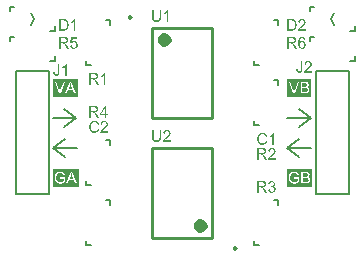
<source format=gto>
G04 Layer_Color=65535*
%FSLAX25Y25*%
%MOIN*%
G70*
G01*
G75*
%ADD15C,0.01000*%
%ADD20C,0.02362*%
%ADD21C,0.00984*%
%ADD22C,0.00600*%
G36*
X25038Y76341D02*
X23501D01*
X23296Y75303D01*
X23301Y75309D01*
X23312Y75314D01*
X23329Y75326D01*
X23357Y75342D01*
X23390Y75359D01*
X23429Y75381D01*
X23518Y75425D01*
X23629Y75470D01*
X23751Y75509D01*
X23884Y75536D01*
X23951Y75547D01*
X24073D01*
X24106Y75542D01*
X24150Y75536D01*
X24200Y75531D01*
X24256Y75520D01*
X24317Y75503D01*
X24450Y75464D01*
X24522Y75437D01*
X24594Y75398D01*
X24667Y75359D01*
X24739Y75314D01*
X24805Y75259D01*
X24872Y75198D01*
X24877Y75192D01*
X24889Y75181D01*
X24905Y75165D01*
X24927Y75137D01*
X24955Y75098D01*
X24983Y75059D01*
X25016Y75009D01*
X25049Y74954D01*
X25077Y74893D01*
X25111Y74826D01*
X25138Y74748D01*
X25166Y74671D01*
X25188Y74587D01*
X25205Y74493D01*
X25216Y74399D01*
X25221Y74299D01*
Y74293D01*
Y74277D01*
Y74249D01*
X25216Y74210D01*
X25210Y74165D01*
X25205Y74116D01*
X25194Y74054D01*
X25183Y73993D01*
X25149Y73849D01*
X25094Y73699D01*
X25061Y73622D01*
X25016Y73549D01*
X24972Y73472D01*
X24916Y73400D01*
X24911Y73394D01*
X24900Y73377D01*
X24877Y73355D01*
X24850Y73327D01*
X24811Y73294D01*
X24767Y73250D01*
X24711Y73211D01*
X24650Y73167D01*
X24583Y73122D01*
X24506Y73083D01*
X24422Y73044D01*
X24333Y73006D01*
X24239Y72978D01*
X24134Y72956D01*
X24023Y72939D01*
X23906Y72933D01*
X23856D01*
X23817Y72939D01*
X23773Y72944D01*
X23723Y72950D01*
X23662Y72956D01*
X23601Y72972D01*
X23462Y73006D01*
X23323Y73055D01*
X23251Y73089D01*
X23179Y73128D01*
X23112Y73172D01*
X23046Y73222D01*
X23040Y73228D01*
X23029Y73233D01*
X23018Y73255D01*
X22996Y73277D01*
X22968Y73305D01*
X22941Y73339D01*
X22907Y73383D01*
X22879Y73433D01*
X22846Y73483D01*
X22813Y73544D01*
X22752Y73677D01*
X22702Y73832D01*
X22685Y73916D01*
X22674Y74005D01*
X23168Y74043D01*
Y74038D01*
Y74027D01*
X23174Y74010D01*
X23179Y73982D01*
X23196Y73921D01*
X23218Y73838D01*
X23251Y73755D01*
X23296Y73660D01*
X23351Y73577D01*
X23418Y73500D01*
X23429Y73494D01*
X23451Y73472D01*
X23495Y73444D01*
X23557Y73411D01*
X23623Y73377D01*
X23706Y73350D01*
X23801Y73327D01*
X23906Y73322D01*
X23939D01*
X23962Y73327D01*
X24028Y73333D01*
X24106Y73355D01*
X24200Y73383D01*
X24295Y73427D01*
X24395Y73494D01*
X24439Y73533D01*
X24483Y73577D01*
X24489Y73583D01*
X24495Y73588D01*
X24506Y73605D01*
X24522Y73622D01*
X24561Y73683D01*
X24606Y73760D01*
X24644Y73855D01*
X24683Y73971D01*
X24711Y74110D01*
X24722Y74182D01*
Y74260D01*
Y74265D01*
Y74277D01*
Y74299D01*
X24716Y74326D01*
Y74360D01*
X24711Y74399D01*
X24694Y74487D01*
X24667Y74593D01*
X24628Y74698D01*
X24572Y74798D01*
X24495Y74893D01*
Y74898D01*
X24483Y74904D01*
X24456Y74931D01*
X24406Y74970D01*
X24339Y75015D01*
X24250Y75054D01*
X24150Y75092D01*
X24034Y75120D01*
X23967Y75131D01*
X23862D01*
X23817Y75126D01*
X23762Y75120D01*
X23695Y75103D01*
X23629Y75087D01*
X23557Y75059D01*
X23484Y75026D01*
X23479Y75020D01*
X23457Y75009D01*
X23423Y74981D01*
X23379Y74954D01*
X23335Y74915D01*
X23290Y74865D01*
X23240Y74815D01*
X23201Y74754D01*
X22757Y74815D01*
X23129Y76791D01*
X25038D01*
Y76341D01*
D02*
G37*
G36*
X20576Y82835D02*
X20687Y82829D01*
X20798Y82818D01*
X20909Y82802D01*
X21004Y82785D01*
X21009D01*
X21020Y82780D01*
X21037D01*
X21059Y82768D01*
X21120Y82752D01*
X21198Y82724D01*
X21287Y82685D01*
X21381Y82635D01*
X21475Y82580D01*
X21564Y82508D01*
X21570Y82502D01*
X21575Y82497D01*
X21592Y82480D01*
X21614Y82463D01*
X21670Y82408D01*
X21736Y82330D01*
X21808Y82236D01*
X21886Y82125D01*
X21958Y81997D01*
X22019Y81853D01*
Y81847D01*
X22025Y81836D01*
X22036Y81814D01*
X22041Y81781D01*
X22058Y81742D01*
X22069Y81697D01*
X22080Y81647D01*
X22097Y81586D01*
X22114Y81525D01*
X22125Y81453D01*
X22152Y81298D01*
X22169Y81126D01*
X22175Y80937D01*
Y80931D01*
Y80920D01*
Y80893D01*
Y80865D01*
X22169Y80826D01*
Y80782D01*
X22163Y80676D01*
X22147Y80554D01*
X22130Y80426D01*
X22102Y80293D01*
X22069Y80160D01*
Y80154D01*
X22064Y80143D01*
X22058Y80127D01*
X22052Y80104D01*
X22030Y80043D01*
X21997Y79966D01*
X21964Y79877D01*
X21919Y79788D01*
X21864Y79694D01*
X21808Y79605D01*
X21803Y79594D01*
X21780Y79566D01*
X21747Y79527D01*
X21703Y79477D01*
X21653Y79422D01*
X21592Y79366D01*
X21531Y79305D01*
X21459Y79255D01*
X21448Y79250D01*
X21425Y79233D01*
X21386Y79211D01*
X21331Y79183D01*
X21264Y79150D01*
X21187Y79122D01*
X21098Y79089D01*
X20998Y79061D01*
X20987D01*
X20970Y79056D01*
X20954Y79050D01*
X20898Y79044D01*
X20820Y79033D01*
X20732Y79022D01*
X20626Y79011D01*
X20510Y79006D01*
X20382Y79000D01*
X19000D01*
Y82841D01*
X20476D01*
X20576Y82835D01*
D02*
G37*
G36*
X24456Y79000D02*
X23984D01*
Y82003D01*
X23978Y81997D01*
X23951Y81975D01*
X23917Y81941D01*
X23862Y81903D01*
X23801Y81853D01*
X23723Y81797D01*
X23634Y81736D01*
X23534Y81675D01*
X23529D01*
X23523Y81670D01*
X23490Y81647D01*
X23435Y81620D01*
X23368Y81586D01*
X23290Y81547D01*
X23207Y81509D01*
X23124Y81470D01*
X23040Y81437D01*
Y81892D01*
X23046D01*
X23057Y81903D01*
X23079Y81908D01*
X23107Y81925D01*
X23140Y81941D01*
X23179Y81964D01*
X23273Y82019D01*
X23384Y82080D01*
X23495Y82158D01*
X23612Y82247D01*
X23729Y82341D01*
X23734Y82347D01*
X23740Y82352D01*
X23756Y82369D01*
X23779Y82385D01*
X23829Y82441D01*
X23895Y82508D01*
X23962Y82585D01*
X24034Y82674D01*
X24095Y82763D01*
X24150Y82857D01*
X24456D01*
Y79000D01*
D02*
G37*
G36*
X34195Y48852D02*
X34239Y48846D01*
X34295Y48841D01*
X34356Y48829D01*
X34417Y48818D01*
X34561Y48780D01*
X34705Y48724D01*
X34778Y48691D01*
X34850Y48652D01*
X34916Y48602D01*
X34977Y48546D01*
X34983Y48541D01*
X34994Y48535D01*
X35005Y48513D01*
X35027Y48491D01*
X35055Y48463D01*
X35083Y48424D01*
X35111Y48386D01*
X35144Y48336D01*
X35199Y48230D01*
X35255Y48097D01*
X35277Y48030D01*
X35288Y47953D01*
X35299Y47875D01*
X35305Y47792D01*
Y47780D01*
Y47753D01*
X35299Y47708D01*
X35294Y47647D01*
X35283Y47581D01*
X35260Y47503D01*
X35238Y47420D01*
X35205Y47337D01*
X35199Y47326D01*
X35188Y47298D01*
X35166Y47253D01*
X35133Y47192D01*
X35088Y47126D01*
X35033Y47042D01*
X34966Y46959D01*
X34888Y46865D01*
X34877Y46854D01*
X34850Y46820D01*
X34822Y46793D01*
X34794Y46765D01*
X34761Y46732D01*
X34716Y46687D01*
X34672Y46643D01*
X34617Y46593D01*
X34561Y46537D01*
X34495Y46476D01*
X34422Y46415D01*
X34345Y46343D01*
X34256Y46271D01*
X34167Y46193D01*
X34161Y46188D01*
X34150Y46177D01*
X34128Y46160D01*
X34100Y46138D01*
X34067Y46104D01*
X34028Y46071D01*
X33939Y45999D01*
X33845Y45916D01*
X33756Y45832D01*
X33679Y45760D01*
X33645Y45733D01*
X33618Y45705D01*
X33612Y45699D01*
X33595Y45683D01*
X33573Y45660D01*
X33545Y45627D01*
X33518Y45588D01*
X33484Y45549D01*
X33418Y45455D01*
X35310D01*
Y45000D01*
X32763D01*
Y45006D01*
Y45028D01*
Y45061D01*
X32768Y45105D01*
X32774Y45155D01*
X32785Y45211D01*
X32796Y45266D01*
X32818Y45327D01*
Y45333D01*
X32824Y45338D01*
X32835Y45372D01*
X32857Y45422D01*
X32891Y45488D01*
X32935Y45566D01*
X32990Y45655D01*
X33051Y45744D01*
X33129Y45838D01*
Y45844D01*
X33140Y45849D01*
X33168Y45882D01*
X33218Y45932D01*
X33290Y46005D01*
X33373Y46088D01*
X33479Y46188D01*
X33606Y46299D01*
X33745Y46415D01*
X33751Y46421D01*
X33773Y46437D01*
X33806Y46465D01*
X33845Y46499D01*
X33895Y46543D01*
X33956Y46593D01*
X34017Y46648D01*
X34089Y46709D01*
X34228Y46843D01*
X34367Y46976D01*
X34433Y47042D01*
X34495Y47109D01*
X34550Y47170D01*
X34594Y47231D01*
Y47237D01*
X34606Y47242D01*
X34617Y47259D01*
X34628Y47281D01*
X34667Y47342D01*
X34711Y47414D01*
X34750Y47503D01*
X34789Y47597D01*
X34811Y47703D01*
X34822Y47803D01*
Y47808D01*
Y47814D01*
X34816Y47847D01*
X34811Y47903D01*
X34794Y47964D01*
X34772Y48041D01*
X34733Y48119D01*
X34683Y48197D01*
X34617Y48274D01*
X34606Y48286D01*
X34578Y48308D01*
X34539Y48336D01*
X34478Y48374D01*
X34400Y48408D01*
X34311Y48441D01*
X34206Y48463D01*
X34089Y48469D01*
X34056D01*
X34034Y48463D01*
X33967Y48458D01*
X33890Y48441D01*
X33806Y48419D01*
X33712Y48380D01*
X33623Y48330D01*
X33540Y48263D01*
X33529Y48252D01*
X33507Y48224D01*
X33473Y48180D01*
X33440Y48114D01*
X33401Y48036D01*
X33368Y47936D01*
X33346Y47825D01*
X33335Y47697D01*
X32852Y47747D01*
Y47753D01*
X32857Y47769D01*
Y47797D01*
X32863Y47836D01*
X32874Y47881D01*
X32885Y47930D01*
X32902Y47991D01*
X32918Y48052D01*
X32963Y48186D01*
X33029Y48319D01*
X33068Y48386D01*
X33118Y48452D01*
X33168Y48513D01*
X33224Y48569D01*
X33229Y48574D01*
X33240Y48580D01*
X33257Y48596D01*
X33285Y48613D01*
X33318Y48635D01*
X33357Y48658D01*
X33401Y48685D01*
X33457Y48713D01*
X33518Y48741D01*
X33584Y48768D01*
X33656Y48791D01*
X33734Y48813D01*
X33817Y48829D01*
X33906Y48846D01*
X34001Y48852D01*
X34100Y48857D01*
X34156D01*
X34195Y48852D01*
D02*
G37*
G36*
X30904Y48902D02*
X30954Y48896D01*
X31015Y48891D01*
X31076Y48885D01*
X31148Y48868D01*
X31298Y48835D01*
X31464Y48785D01*
X31547Y48752D01*
X31625Y48713D01*
X31703Y48663D01*
X31780Y48613D01*
X31786Y48608D01*
X31797Y48602D01*
X31819Y48585D01*
X31847Y48557D01*
X31875Y48530D01*
X31914Y48491D01*
X31953Y48447D01*
X31997Y48402D01*
X32041Y48347D01*
X32086Y48280D01*
X32136Y48213D01*
X32180Y48141D01*
X32219Y48058D01*
X32263Y47975D01*
X32297Y47886D01*
X32330Y47786D01*
X31830Y47670D01*
Y47675D01*
X31825Y47686D01*
X31814Y47708D01*
X31803Y47736D01*
X31792Y47769D01*
X31775Y47814D01*
X31731Y47903D01*
X31675Y48003D01*
X31609Y48102D01*
X31525Y48197D01*
X31436Y48280D01*
X31425Y48291D01*
X31392Y48313D01*
X31337Y48341D01*
X31264Y48380D01*
X31170Y48413D01*
X31065Y48447D01*
X30937Y48469D01*
X30798Y48474D01*
X30754D01*
X30726Y48469D01*
X30687D01*
X30643Y48463D01*
X30537Y48447D01*
X30421Y48424D01*
X30299Y48386D01*
X30171Y48330D01*
X30055Y48258D01*
X30049D01*
X30043Y48247D01*
X30005Y48219D01*
X29955Y48175D01*
X29893Y48108D01*
X29821Y48025D01*
X29755Y47930D01*
X29694Y47814D01*
X29638Y47686D01*
Y47681D01*
X29633Y47670D01*
X29627Y47653D01*
X29622Y47625D01*
X29610Y47592D01*
X29599Y47553D01*
X29583Y47459D01*
X29561Y47348D01*
X29538Y47225D01*
X29527Y47092D01*
X29522Y46948D01*
Y46942D01*
Y46926D01*
Y46898D01*
Y46865D01*
X29527Y46826D01*
Y46776D01*
X29533Y46720D01*
X29538Y46659D01*
X29555Y46526D01*
X29583Y46382D01*
X29616Y46238D01*
X29660Y46093D01*
Y46088D01*
X29666Y46077D01*
X29677Y46060D01*
X29688Y46032D01*
X29722Y45966D01*
X29771Y45888D01*
X29833Y45799D01*
X29910Y45705D01*
X29999Y45622D01*
X30105Y45544D01*
X30110D01*
X30121Y45538D01*
X30138Y45527D01*
X30160Y45516D01*
X30188Y45505D01*
X30221Y45488D01*
X30299Y45455D01*
X30399Y45422D01*
X30510Y45394D01*
X30632Y45372D01*
X30759Y45366D01*
X30798D01*
X30832Y45372D01*
X30870D01*
X30909Y45377D01*
X31009Y45400D01*
X31126Y45427D01*
X31242Y45472D01*
X31364Y45533D01*
X31425Y45566D01*
X31481Y45610D01*
X31486Y45616D01*
X31492Y45622D01*
X31509Y45638D01*
X31531Y45655D01*
X31553Y45683D01*
X31581Y45716D01*
X31614Y45749D01*
X31642Y45794D01*
X31675Y45844D01*
X31714Y45899D01*
X31747Y45955D01*
X31780Y46021D01*
X31808Y46093D01*
X31836Y46171D01*
X31864Y46254D01*
X31886Y46343D01*
X32397Y46215D01*
Y46210D01*
X32391Y46188D01*
X32380Y46154D01*
X32363Y46110D01*
X32347Y46060D01*
X32324Y45999D01*
X32297Y45932D01*
X32263Y45860D01*
X32186Y45705D01*
X32086Y45549D01*
X32025Y45472D01*
X31964Y45394D01*
X31897Y45327D01*
X31819Y45261D01*
X31814Y45255D01*
X31803Y45244D01*
X31775Y45233D01*
X31747Y45211D01*
X31703Y45183D01*
X31658Y45155D01*
X31597Y45128D01*
X31536Y45100D01*
X31464Y45067D01*
X31387Y45039D01*
X31303Y45011D01*
X31214Y44983D01*
X31120Y44961D01*
X31020Y44950D01*
X30915Y44939D01*
X30804Y44933D01*
X30743D01*
X30698Y44939D01*
X30648D01*
X30587Y44945D01*
X30521Y44956D01*
X30443Y44967D01*
X30282Y44995D01*
X30116Y45039D01*
X29949Y45100D01*
X29871Y45139D01*
X29794Y45183D01*
X29788Y45189D01*
X29777Y45194D01*
X29755Y45211D01*
X29733Y45233D01*
X29699Y45255D01*
X29660Y45289D01*
X29616Y45327D01*
X29572Y45372D01*
X29527Y45422D01*
X29477Y45472D01*
X29377Y45599D01*
X29283Y45749D01*
X29200Y45916D01*
Y45921D01*
X29189Y45938D01*
X29183Y45966D01*
X29166Y45999D01*
X29155Y46043D01*
X29139Y46099D01*
X29117Y46160D01*
X29100Y46227D01*
X29083Y46299D01*
X29061Y46382D01*
X29033Y46554D01*
X29011Y46748D01*
X29000Y46948D01*
Y46954D01*
Y46976D01*
Y47009D01*
X29006Y47048D01*
Y47103D01*
X29011Y47159D01*
X29017Y47231D01*
X29028Y47303D01*
X29056Y47464D01*
X29094Y47642D01*
X29150Y47819D01*
X29228Y47991D01*
X29233Y47997D01*
X29239Y48014D01*
X29250Y48036D01*
X29272Y48064D01*
X29294Y48102D01*
X29322Y48147D01*
X29394Y48247D01*
X29488Y48358D01*
X29599Y48469D01*
X29727Y48580D01*
X29877Y48674D01*
X29882Y48680D01*
X29899Y48685D01*
X29921Y48696D01*
X29949Y48713D01*
X29994Y48730D01*
X30038Y48746D01*
X30093Y48768D01*
X30154Y48791D01*
X30221Y48813D01*
X30293Y48835D01*
X30449Y48868D01*
X30626Y48896D01*
X30809Y48907D01*
X30865D01*
X30904Y48902D01*
D02*
G37*
G36*
X20826Y76835D02*
X20876D01*
X20992Y76829D01*
X21114Y76813D01*
X21248Y76796D01*
X21370Y76768D01*
X21431Y76752D01*
X21481Y76735D01*
X21486D01*
X21492Y76730D01*
X21525Y76713D01*
X21575Y76691D01*
X21636Y76652D01*
X21703Y76602D01*
X21775Y76535D01*
X21842Y76458D01*
X21908Y76369D01*
Y76363D01*
X21914Y76358D01*
X21936Y76324D01*
X21958Y76269D01*
X21992Y76197D01*
X22019Y76113D01*
X22047Y76014D01*
X22064Y75908D01*
X22069Y75792D01*
Y75786D01*
Y75775D01*
Y75753D01*
X22064Y75725D01*
Y75686D01*
X22058Y75647D01*
X22036Y75553D01*
X22003Y75442D01*
X21958Y75326D01*
X21892Y75209D01*
X21847Y75153D01*
X21803Y75098D01*
X21797Y75092D01*
X21792Y75087D01*
X21775Y75070D01*
X21753Y75054D01*
X21725Y75031D01*
X21692Y75009D01*
X21647Y74981D01*
X21603Y74948D01*
X21547Y74920D01*
X21486Y74893D01*
X21420Y74859D01*
X21348Y74831D01*
X21264Y74809D01*
X21181Y74782D01*
X21087Y74765D01*
X20987Y74748D01*
X20998Y74743D01*
X21020Y74732D01*
X21054Y74709D01*
X21098Y74687D01*
X21198Y74626D01*
X21248Y74587D01*
X21292Y74554D01*
X21303Y74543D01*
X21331Y74515D01*
X21375Y74471D01*
X21431Y74415D01*
X21492Y74338D01*
X21564Y74254D01*
X21636Y74154D01*
X21714Y74043D01*
X22374Y73000D01*
X21742D01*
X21237Y73799D01*
Y73805D01*
X21226Y73816D01*
X21214Y73832D01*
X21198Y73855D01*
X21159Y73916D01*
X21109Y73993D01*
X21048Y74077D01*
X20987Y74165D01*
X20926Y74249D01*
X20870Y74326D01*
X20865Y74332D01*
X20848Y74354D01*
X20820Y74388D01*
X20782Y74426D01*
X20698Y74510D01*
X20654Y74549D01*
X20609Y74582D01*
X20604Y74587D01*
X20593Y74593D01*
X20571Y74604D01*
X20537Y74621D01*
X20504Y74637D01*
X20465Y74654D01*
X20376Y74682D01*
X20371D01*
X20360Y74687D01*
X20337D01*
X20310Y74693D01*
X20271Y74698D01*
X20227D01*
X20166Y74704D01*
X19511D01*
Y73000D01*
X19000D01*
Y76841D01*
X20782D01*
X20826Y76835D01*
D02*
G37*
G36*
X100045Y82852D02*
X100089Y82846D01*
X100145Y82841D01*
X100206Y82829D01*
X100267Y82818D01*
X100411Y82780D01*
X100556Y82724D01*
X100628Y82691D01*
X100700Y82652D01*
X100766Y82602D01*
X100828Y82547D01*
X100833Y82541D01*
X100844Y82535D01*
X100855Y82513D01*
X100877Y82491D01*
X100905Y82463D01*
X100933Y82424D01*
X100961Y82385D01*
X100994Y82336D01*
X101049Y82230D01*
X101105Y82097D01*
X101127Y82030D01*
X101138Y81953D01*
X101149Y81875D01*
X101155Y81792D01*
Y81781D01*
Y81753D01*
X101149Y81708D01*
X101144Y81647D01*
X101133Y81581D01*
X101111Y81503D01*
X101088Y81420D01*
X101055Y81336D01*
X101049Y81326D01*
X101038Y81298D01*
X101016Y81253D01*
X100983Y81192D01*
X100938Y81126D01*
X100883Y81042D01*
X100816Y80959D01*
X100739Y80865D01*
X100728Y80854D01*
X100700Y80820D01*
X100672Y80793D01*
X100644Y80765D01*
X100611Y80732D01*
X100567Y80687D01*
X100522Y80643D01*
X100467Y80593D01*
X100411Y80537D01*
X100345Y80476D01*
X100273Y80415D01*
X100195Y80343D01*
X100106Y80271D01*
X100017Y80193D01*
X100012Y80188D01*
X100001Y80177D01*
X99978Y80160D01*
X99951Y80138D01*
X99917Y80104D01*
X99878Y80071D01*
X99790Y79999D01*
X99695Y79916D01*
X99607Y79833D01*
X99529Y79760D01*
X99496Y79733D01*
X99468Y79705D01*
X99462Y79699D01*
X99446Y79683D01*
X99423Y79660D01*
X99396Y79627D01*
X99368Y79588D01*
X99335Y79549D01*
X99268Y79455D01*
X101161D01*
Y79000D01*
X98613D01*
Y79006D01*
Y79028D01*
Y79061D01*
X98619Y79105D01*
X98624Y79155D01*
X98635Y79211D01*
X98646Y79266D01*
X98669Y79327D01*
Y79333D01*
X98674Y79339D01*
X98685Y79372D01*
X98707Y79422D01*
X98741Y79488D01*
X98785Y79566D01*
X98841Y79655D01*
X98902Y79744D01*
X98979Y79838D01*
Y79844D01*
X98990Y79849D01*
X99018Y79882D01*
X99068Y79932D01*
X99140Y80005D01*
X99224Y80088D01*
X99329Y80188D01*
X99457Y80299D01*
X99595Y80415D01*
X99601Y80421D01*
X99623Y80437D01*
X99656Y80465D01*
X99695Y80498D01*
X99745Y80543D01*
X99806Y80593D01*
X99867Y80648D01*
X99940Y80709D01*
X100078Y80843D01*
X100217Y80976D01*
X100284Y81042D01*
X100345Y81109D01*
X100400Y81170D01*
X100445Y81231D01*
Y81237D01*
X100456Y81242D01*
X100467Y81259D01*
X100478Y81281D01*
X100517Y81342D01*
X100561Y81414D01*
X100600Y81503D01*
X100639Y81597D01*
X100661Y81703D01*
X100672Y81803D01*
Y81808D01*
Y81814D01*
X100666Y81847D01*
X100661Y81903D01*
X100644Y81964D01*
X100622Y82041D01*
X100583Y82119D01*
X100533Y82197D01*
X100467Y82275D01*
X100456Y82286D01*
X100428Y82308D01*
X100389Y82336D01*
X100328Y82374D01*
X100250Y82408D01*
X100162Y82441D01*
X100056Y82463D01*
X99940Y82469D01*
X99906D01*
X99884Y82463D01*
X99817Y82458D01*
X99740Y82441D01*
X99656Y82419D01*
X99562Y82380D01*
X99473Y82330D01*
X99390Y82263D01*
X99379Y82252D01*
X99357Y82225D01*
X99323Y82180D01*
X99290Y82113D01*
X99251Y82036D01*
X99218Y81936D01*
X99196Y81825D01*
X99185Y81697D01*
X98702Y81747D01*
Y81753D01*
X98707Y81769D01*
Y81797D01*
X98713Y81836D01*
X98724Y81880D01*
X98735Y81930D01*
X98752Y81991D01*
X98768Y82052D01*
X98813Y82186D01*
X98879Y82319D01*
X98918Y82385D01*
X98968Y82452D01*
X99018Y82513D01*
X99074Y82569D01*
X99079Y82574D01*
X99090Y82580D01*
X99107Y82596D01*
X99135Y82613D01*
X99168Y82635D01*
X99207Y82657D01*
X99251Y82685D01*
X99307Y82713D01*
X99368Y82741D01*
X99435Y82768D01*
X99507Y82791D01*
X99584Y82813D01*
X99668Y82829D01*
X99756Y82846D01*
X99851Y82852D01*
X99951Y82857D01*
X100006D01*
X100045Y82852D01*
D02*
G37*
G36*
X90605Y41000D02*
X90134D01*
Y44003D01*
X90128Y43997D01*
X90101Y43975D01*
X90067Y43942D01*
X90012Y43903D01*
X89951Y43853D01*
X89873Y43797D01*
X89784Y43736D01*
X89684Y43675D01*
X89679D01*
X89673Y43670D01*
X89640Y43647D01*
X89584Y43620D01*
X89518Y43586D01*
X89440Y43547D01*
X89357Y43509D01*
X89274Y43470D01*
X89190Y43437D01*
Y43892D01*
X89196D01*
X89207Y43903D01*
X89229Y43908D01*
X89257Y43925D01*
X89290Y43942D01*
X89329Y43964D01*
X89423Y44019D01*
X89534Y44080D01*
X89645Y44158D01*
X89762Y44247D01*
X89878Y44341D01*
X89884Y44347D01*
X89890Y44352D01*
X89906Y44369D01*
X89928Y44385D01*
X89978Y44441D01*
X90045Y44508D01*
X90112Y44585D01*
X90184Y44674D01*
X90245Y44763D01*
X90300Y44857D01*
X90605D01*
Y41000D01*
D02*
G37*
G36*
X86904Y44902D02*
X86954Y44896D01*
X87015Y44891D01*
X87076Y44885D01*
X87148Y44868D01*
X87298Y44835D01*
X87464Y44785D01*
X87547Y44752D01*
X87625Y44713D01*
X87703Y44663D01*
X87781Y44613D01*
X87786Y44607D01*
X87797Y44602D01*
X87819Y44585D01*
X87847Y44557D01*
X87875Y44530D01*
X87914Y44491D01*
X87953Y44447D01*
X87997Y44402D01*
X88041Y44347D01*
X88086Y44280D01*
X88136Y44214D01*
X88180Y44141D01*
X88219Y44058D01*
X88263Y43975D01*
X88297Y43886D01*
X88330Y43786D01*
X87831Y43670D01*
Y43675D01*
X87825Y43686D01*
X87814Y43708D01*
X87803Y43736D01*
X87792Y43769D01*
X87775Y43814D01*
X87731Y43903D01*
X87675Y44003D01*
X87608Y44102D01*
X87525Y44197D01*
X87436Y44280D01*
X87425Y44291D01*
X87392Y44313D01*
X87336Y44341D01*
X87264Y44380D01*
X87170Y44413D01*
X87065Y44447D01*
X86937Y44469D01*
X86798Y44474D01*
X86754D01*
X86726Y44469D01*
X86687D01*
X86643Y44463D01*
X86537Y44447D01*
X86421Y44424D01*
X86299Y44385D01*
X86171Y44330D01*
X86054Y44258D01*
X86049D01*
X86043Y44247D01*
X86005Y44219D01*
X85955Y44175D01*
X85894Y44108D01*
X85821Y44025D01*
X85755Y43930D01*
X85694Y43814D01*
X85638Y43686D01*
Y43681D01*
X85633Y43670D01*
X85627Y43653D01*
X85622Y43625D01*
X85611Y43592D01*
X85599Y43553D01*
X85583Y43459D01*
X85561Y43348D01*
X85538Y43225D01*
X85527Y43092D01*
X85522Y42948D01*
Y42943D01*
Y42926D01*
Y42898D01*
Y42865D01*
X85527Y42826D01*
Y42776D01*
X85533Y42720D01*
X85538Y42659D01*
X85555Y42526D01*
X85583Y42382D01*
X85616Y42238D01*
X85660Y42093D01*
Y42088D01*
X85666Y42077D01*
X85677Y42060D01*
X85688Y42032D01*
X85721Y41966D01*
X85772Y41888D01*
X85833Y41799D01*
X85910Y41705D01*
X85999Y41622D01*
X86104Y41544D01*
X86110D01*
X86121Y41538D01*
X86138Y41527D01*
X86160Y41516D01*
X86188Y41505D01*
X86221Y41488D01*
X86299Y41455D01*
X86399Y41422D01*
X86510Y41394D01*
X86632Y41372D01*
X86759Y41366D01*
X86798D01*
X86831Y41372D01*
X86870D01*
X86909Y41377D01*
X87009Y41400D01*
X87126Y41427D01*
X87242Y41472D01*
X87364Y41533D01*
X87425Y41566D01*
X87481Y41611D01*
X87486Y41616D01*
X87492Y41622D01*
X87509Y41638D01*
X87531Y41655D01*
X87553Y41683D01*
X87581Y41716D01*
X87614Y41749D01*
X87642Y41794D01*
X87675Y41844D01*
X87714Y41899D01*
X87747Y41955D01*
X87781Y42021D01*
X87808Y42093D01*
X87836Y42171D01*
X87864Y42254D01*
X87886Y42343D01*
X88397Y42215D01*
Y42210D01*
X88391Y42188D01*
X88380Y42154D01*
X88363Y42110D01*
X88347Y42060D01*
X88324Y41999D01*
X88297Y41932D01*
X88263Y41860D01*
X88186Y41705D01*
X88086Y41550D01*
X88025Y41472D01*
X87964Y41394D01*
X87897Y41327D01*
X87819Y41261D01*
X87814Y41255D01*
X87803Y41244D01*
X87775Y41233D01*
X87747Y41211D01*
X87703Y41183D01*
X87659Y41155D01*
X87597Y41128D01*
X87536Y41100D01*
X87464Y41067D01*
X87387Y41039D01*
X87303Y41011D01*
X87214Y40983D01*
X87120Y40961D01*
X87020Y40950D01*
X86915Y40939D01*
X86804Y40933D01*
X86743D01*
X86698Y40939D01*
X86648D01*
X86587Y40944D01*
X86521Y40956D01*
X86443Y40967D01*
X86282Y40995D01*
X86115Y41039D01*
X85949Y41100D01*
X85871Y41139D01*
X85794Y41183D01*
X85788Y41189D01*
X85777Y41194D01*
X85755Y41211D01*
X85733Y41233D01*
X85699Y41255D01*
X85660Y41289D01*
X85616Y41327D01*
X85572Y41372D01*
X85527Y41422D01*
X85477Y41472D01*
X85377Y41599D01*
X85283Y41749D01*
X85200Y41916D01*
Y41921D01*
X85189Y41938D01*
X85183Y41966D01*
X85167Y41999D01*
X85155Y42043D01*
X85139Y42099D01*
X85116Y42160D01*
X85100Y42226D01*
X85083Y42299D01*
X85061Y42382D01*
X85033Y42554D01*
X85011Y42748D01*
X85000Y42948D01*
Y42954D01*
Y42976D01*
Y43009D01*
X85006Y43048D01*
Y43103D01*
X85011Y43159D01*
X85017Y43231D01*
X85028Y43303D01*
X85056Y43464D01*
X85094Y43642D01*
X85150Y43819D01*
X85228Y43991D01*
X85233Y43997D01*
X85239Y44014D01*
X85250Y44036D01*
X85272Y44064D01*
X85294Y44102D01*
X85322Y44147D01*
X85394Y44247D01*
X85488Y44358D01*
X85599Y44469D01*
X85727Y44580D01*
X85877Y44674D01*
X85882Y44680D01*
X85899Y44685D01*
X85921Y44696D01*
X85949Y44713D01*
X85993Y44730D01*
X86038Y44746D01*
X86093Y44769D01*
X86154Y44791D01*
X86221Y44813D01*
X86293Y44835D01*
X86449Y44868D01*
X86626Y44896D01*
X86809Y44907D01*
X86865D01*
X86904Y44902D01*
D02*
G37*
G36*
X96826Y76835D02*
X96876D01*
X96992Y76829D01*
X97114Y76813D01*
X97248Y76796D01*
X97370Y76768D01*
X97431Y76752D01*
X97481Y76735D01*
X97486D01*
X97492Y76730D01*
X97525Y76713D01*
X97575Y76691D01*
X97636Y76652D01*
X97703Y76602D01*
X97775Y76535D01*
X97842Y76458D01*
X97908Y76369D01*
Y76363D01*
X97914Y76358D01*
X97936Y76324D01*
X97958Y76269D01*
X97991Y76197D01*
X98019Y76113D01*
X98047Y76014D01*
X98064Y75908D01*
X98069Y75792D01*
Y75786D01*
Y75775D01*
Y75753D01*
X98064Y75725D01*
Y75686D01*
X98058Y75647D01*
X98036Y75553D01*
X98002Y75442D01*
X97958Y75326D01*
X97891Y75209D01*
X97847Y75153D01*
X97803Y75098D01*
X97797Y75092D01*
X97792Y75087D01*
X97775Y75070D01*
X97753Y75054D01*
X97725Y75031D01*
X97692Y75009D01*
X97647Y74981D01*
X97603Y74948D01*
X97548Y74920D01*
X97486Y74893D01*
X97420Y74859D01*
X97348Y74831D01*
X97264Y74809D01*
X97181Y74782D01*
X97087Y74765D01*
X96987Y74748D01*
X96998Y74743D01*
X97020Y74732D01*
X97053Y74709D01*
X97098Y74687D01*
X97198Y74626D01*
X97248Y74587D01*
X97292Y74554D01*
X97303Y74543D01*
X97331Y74515D01*
X97375Y74471D01*
X97431Y74415D01*
X97492Y74338D01*
X97564Y74254D01*
X97636Y74154D01*
X97714Y74043D01*
X98374Y73000D01*
X97742D01*
X97237Y73799D01*
Y73805D01*
X97225Y73816D01*
X97214Y73832D01*
X97198Y73855D01*
X97159Y73916D01*
X97109Y73993D01*
X97048Y74077D01*
X96987Y74165D01*
X96926Y74249D01*
X96870Y74326D01*
X96865Y74332D01*
X96848Y74354D01*
X96820Y74388D01*
X96782Y74426D01*
X96698Y74510D01*
X96654Y74549D01*
X96609Y74582D01*
X96604Y74587D01*
X96593Y74593D01*
X96571Y74604D01*
X96537Y74621D01*
X96504Y74637D01*
X96465Y74654D01*
X96376Y74682D01*
X96371D01*
X96360Y74687D01*
X96337D01*
X96310Y74693D01*
X96271Y74698D01*
X96227D01*
X96166Y74704D01*
X95511D01*
Y73000D01*
X95000D01*
Y76841D01*
X96782D01*
X96826Y76835D01*
D02*
G37*
G36*
X100111Y76852D02*
X100150D01*
X100195Y76846D01*
X100300Y76824D01*
X100417Y76796D01*
X100539Y76752D01*
X100661Y76685D01*
X100722Y76646D01*
X100777Y76602D01*
X100783Y76596D01*
X100789Y76591D01*
X100805Y76574D01*
X100822Y76558D01*
X100850Y76530D01*
X100872Y76496D01*
X100933Y76419D01*
X100994Y76319D01*
X101049Y76197D01*
X101100Y76058D01*
X101133Y75903D01*
X100661Y75864D01*
Y75869D01*
X100655Y75875D01*
X100650Y75908D01*
X100633Y75958D01*
X100611Y76019D01*
X100589Y76086D01*
X100556Y76152D01*
X100517Y76214D01*
X100478Y76263D01*
X100467Y76275D01*
X100445Y76297D01*
X100406Y76330D01*
X100350Y76369D01*
X100278Y76402D01*
X100200Y76436D01*
X100106Y76458D01*
X100006Y76469D01*
X99967D01*
X99923Y76463D01*
X99873Y76452D01*
X99806Y76436D01*
X99740Y76413D01*
X99673Y76385D01*
X99607Y76341D01*
X99595Y76336D01*
X99568Y76313D01*
X99529Y76275D01*
X99479Y76219D01*
X99423Y76152D01*
X99362Y76075D01*
X99307Y75975D01*
X99251Y75864D01*
Y75858D01*
X99246Y75847D01*
X99240Y75831D01*
X99229Y75808D01*
X99224Y75775D01*
X99212Y75736D01*
X99201Y75692D01*
X99190Y75636D01*
X99174Y75575D01*
X99163Y75509D01*
X99151Y75437D01*
X99146Y75359D01*
X99135Y75270D01*
X99129Y75181D01*
X99124Y75081D01*
Y74981D01*
X99129Y74987D01*
X99151Y75020D01*
X99190Y75065D01*
X99240Y75120D01*
X99296Y75187D01*
X99368Y75248D01*
X99446Y75309D01*
X99534Y75364D01*
X99540D01*
X99546Y75370D01*
X99579Y75387D01*
X99629Y75403D01*
X99695Y75431D01*
X99773Y75453D01*
X99862Y75470D01*
X99956Y75486D01*
X100056Y75492D01*
X100101D01*
X100134Y75486D01*
X100178Y75481D01*
X100223Y75475D01*
X100278Y75464D01*
X100334Y75448D01*
X100461Y75409D01*
X100528Y75381D01*
X100594Y75342D01*
X100661Y75303D01*
X100733Y75259D01*
X100800Y75203D01*
X100861Y75142D01*
X100866Y75137D01*
X100877Y75126D01*
X100894Y75109D01*
X100911Y75081D01*
X100938Y75042D01*
X100966Y75003D01*
X100994Y74954D01*
X101027Y74898D01*
X101061Y74837D01*
X101088Y74770D01*
X101116Y74693D01*
X101144Y74615D01*
X101161Y74532D01*
X101177Y74437D01*
X101188Y74343D01*
X101194Y74243D01*
Y74238D01*
Y74226D01*
Y74210D01*
Y74182D01*
X101188Y74149D01*
Y74116D01*
X101172Y74027D01*
X101155Y73921D01*
X101127Y73810D01*
X101088Y73688D01*
X101033Y73572D01*
Y73566D01*
X101027Y73561D01*
X101016Y73544D01*
X101005Y73522D01*
X100972Y73466D01*
X100922Y73394D01*
X100861Y73316D01*
X100789Y73239D01*
X100700Y73161D01*
X100605Y73094D01*
X100600D01*
X100594Y73089D01*
X100578Y73078D01*
X100556Y73072D01*
X100500Y73044D01*
X100428Y73017D01*
X100334Y72983D01*
X100228Y72961D01*
X100111Y72939D01*
X99984Y72933D01*
X99956D01*
X99928Y72939D01*
X99884D01*
X99834Y72944D01*
X99778Y72956D01*
X99712Y72972D01*
X99645Y72989D01*
X99568Y73011D01*
X99490Y73039D01*
X99412Y73072D01*
X99329Y73116D01*
X99251Y73167D01*
X99174Y73222D01*
X99096Y73289D01*
X99024Y73366D01*
X99018Y73372D01*
X99007Y73388D01*
X98990Y73411D01*
X98968Y73449D01*
X98935Y73500D01*
X98907Y73555D01*
X98874Y73627D01*
X98841Y73705D01*
X98802Y73799D01*
X98768Y73905D01*
X98741Y74021D01*
X98713Y74149D01*
X98685Y74293D01*
X98669Y74449D01*
X98657Y74615D01*
X98652Y74793D01*
Y74798D01*
Y74804D01*
Y74820D01*
Y74843D01*
X98657Y74898D01*
Y74976D01*
X98663Y75065D01*
X98674Y75170D01*
X98685Y75287D01*
X98702Y75414D01*
X98724Y75542D01*
X98752Y75681D01*
X98785Y75814D01*
X98824Y75947D01*
X98874Y76075D01*
X98929Y76197D01*
X98990Y76313D01*
X99063Y76413D01*
X99068Y76419D01*
X99079Y76430D01*
X99101Y76452D01*
X99129Y76485D01*
X99163Y76519D01*
X99207Y76552D01*
X99262Y76596D01*
X99318Y76635D01*
X99384Y76674D01*
X99457Y76718D01*
X99540Y76752D01*
X99623Y76791D01*
X99717Y76818D01*
X99817Y76841D01*
X99923Y76852D01*
X100034Y76857D01*
X100078D01*
X100111Y76852D01*
D02*
G37*
G36*
X96576Y82835D02*
X96687Y82829D01*
X96798Y82818D01*
X96909Y82802D01*
X97004Y82785D01*
X97009D01*
X97020Y82780D01*
X97037D01*
X97059Y82768D01*
X97120Y82752D01*
X97198Y82724D01*
X97287Y82685D01*
X97381Y82635D01*
X97475Y82580D01*
X97564Y82508D01*
X97570Y82502D01*
X97575Y82497D01*
X97592Y82480D01*
X97614Y82463D01*
X97670Y82408D01*
X97736Y82330D01*
X97808Y82236D01*
X97886Y82125D01*
X97958Y81997D01*
X98019Y81853D01*
Y81847D01*
X98025Y81836D01*
X98036Y81814D01*
X98041Y81781D01*
X98058Y81742D01*
X98069Y81697D01*
X98080Y81647D01*
X98097Y81586D01*
X98114Y81525D01*
X98125Y81453D01*
X98152Y81298D01*
X98169Y81126D01*
X98175Y80937D01*
Y80931D01*
Y80920D01*
Y80893D01*
Y80865D01*
X98169Y80826D01*
Y80782D01*
X98163Y80676D01*
X98147Y80554D01*
X98130Y80426D01*
X98102Y80293D01*
X98069Y80160D01*
Y80154D01*
X98064Y80143D01*
X98058Y80127D01*
X98053Y80104D01*
X98030Y80043D01*
X97997Y79966D01*
X97964Y79877D01*
X97919Y79788D01*
X97864Y79694D01*
X97808Y79605D01*
X97803Y79594D01*
X97781Y79566D01*
X97747Y79527D01*
X97703Y79477D01*
X97653Y79422D01*
X97592Y79366D01*
X97531Y79305D01*
X97459Y79255D01*
X97448Y79250D01*
X97425Y79233D01*
X97386Y79211D01*
X97331Y79183D01*
X97264Y79150D01*
X97187Y79122D01*
X97098Y79089D01*
X96998Y79061D01*
X96987D01*
X96970Y79056D01*
X96954Y79050D01*
X96898Y79044D01*
X96820Y79033D01*
X96732Y79022D01*
X96626Y79011D01*
X96510Y79006D01*
X96382Y79000D01*
X95000D01*
Y82841D01*
X96476D01*
X96576Y82835D01*
D02*
G37*
G36*
X53019Y43621D02*
Y43615D01*
Y43593D01*
Y43565D01*
Y43526D01*
X53014Y43476D01*
Y43421D01*
X53008Y43354D01*
X53003Y43288D01*
X52986Y43138D01*
X52964Y42982D01*
X52930Y42832D01*
X52908Y42760D01*
X52886Y42694D01*
Y42688D01*
X52880Y42677D01*
X52869Y42660D01*
X52858Y42638D01*
X52825Y42577D01*
X52775Y42500D01*
X52708Y42411D01*
X52631Y42322D01*
X52531Y42228D01*
X52409Y42144D01*
X52403D01*
X52392Y42133D01*
X52375Y42128D01*
X52348Y42111D01*
X52314Y42094D01*
X52270Y42078D01*
X52226Y42061D01*
X52170Y42039D01*
X52109Y42017D01*
X52042Y42000D01*
X51970Y41983D01*
X51887Y41967D01*
X51804Y41956D01*
X51715Y41945D01*
X51515Y41933D01*
X51465D01*
X51426Y41939D01*
X51382D01*
X51326Y41945D01*
X51265Y41950D01*
X51204Y41956D01*
X51066Y41978D01*
X50916Y42011D01*
X50771Y42055D01*
X50633Y42117D01*
X50627D01*
X50616Y42128D01*
X50599Y42139D01*
X50577Y42150D01*
X50516Y42194D01*
X50444Y42255D01*
X50361Y42333D01*
X50283Y42422D01*
X50205Y42533D01*
X50144Y42655D01*
Y42660D01*
X50139Y42672D01*
X50133Y42694D01*
X50122Y42722D01*
X50111Y42755D01*
X50100Y42799D01*
X50083Y42849D01*
X50072Y42910D01*
X50061Y42977D01*
X50044Y43049D01*
X50033Y43127D01*
X50022Y43210D01*
X50011Y43304D01*
X50006Y43404D01*
X50000Y43510D01*
Y43621D01*
Y45841D01*
X50511D01*
Y43621D01*
Y43615D01*
Y43598D01*
Y43571D01*
Y43537D01*
X50516Y43499D01*
Y43449D01*
X50522Y43343D01*
X50533Y43221D01*
X50550Y43099D01*
X50572Y42982D01*
X50583Y42932D01*
X50599Y42882D01*
X50605Y42871D01*
X50616Y42844D01*
X50644Y42805D01*
X50677Y42749D01*
X50716Y42694D01*
X50771Y42633D01*
X50838Y42572D01*
X50916Y42522D01*
X50927Y42516D01*
X50955Y42500D01*
X51005Y42483D01*
X51071Y42461D01*
X51149Y42433D01*
X51249Y42416D01*
X51354Y42400D01*
X51471Y42394D01*
X51526D01*
X51560Y42400D01*
X51609D01*
X51660Y42405D01*
X51782Y42427D01*
X51915Y42455D01*
X52042Y42500D01*
X52165Y42561D01*
X52220Y42599D01*
X52270Y42644D01*
X52276Y42649D01*
X52281Y42655D01*
X52292Y42672D01*
X52309Y42694D01*
X52325Y42727D01*
X52348Y42760D01*
X52370Y42810D01*
X52392Y42860D01*
X52414Y42921D01*
X52431Y42994D01*
X52453Y43077D01*
X52470Y43165D01*
X52486Y43265D01*
X52498Y43371D01*
X52509Y43493D01*
Y43621D01*
Y45841D01*
X53019D01*
Y43621D01*
D02*
G37*
G36*
X102129Y68852D02*
X102174Y68846D01*
X102229Y68841D01*
X102290Y68830D01*
X102351Y68818D01*
X102496Y68779D01*
X102640Y68724D01*
X102712Y68691D01*
X102784Y68652D01*
X102851Y68602D01*
X102912Y68546D01*
X102917Y68541D01*
X102928Y68535D01*
X102939Y68513D01*
X102962Y68491D01*
X102989Y68463D01*
X103017Y68424D01*
X103045Y68385D01*
X103078Y68336D01*
X103134Y68230D01*
X103189Y68097D01*
X103211Y68030D01*
X103223Y67953D01*
X103234Y67875D01*
X103239Y67792D01*
Y67781D01*
Y67753D01*
X103234Y67708D01*
X103228Y67647D01*
X103217Y67581D01*
X103195Y67503D01*
X103173Y67420D01*
X103139Y67336D01*
X103134Y67326D01*
X103123Y67298D01*
X103101Y67253D01*
X103067Y67192D01*
X103023Y67126D01*
X102967Y67042D01*
X102901Y66959D01*
X102823Y66865D01*
X102812Y66854D01*
X102784Y66820D01*
X102756Y66793D01*
X102729Y66765D01*
X102695Y66732D01*
X102651Y66687D01*
X102606Y66643D01*
X102551Y66593D01*
X102496Y66537D01*
X102429Y66476D01*
X102357Y66415D01*
X102279Y66343D01*
X102190Y66271D01*
X102101Y66193D01*
X102096Y66188D01*
X102085Y66177D01*
X102063Y66160D01*
X102035Y66138D01*
X102002Y66104D01*
X101963Y66071D01*
X101874Y65999D01*
X101779Y65916D01*
X101691Y65833D01*
X101613Y65760D01*
X101580Y65733D01*
X101552Y65705D01*
X101547Y65699D01*
X101530Y65683D01*
X101508Y65661D01*
X101480Y65627D01*
X101452Y65588D01*
X101419Y65549D01*
X101352Y65455D01*
X103245D01*
Y65000D01*
X100697D01*
Y65006D01*
Y65028D01*
Y65061D01*
X100703Y65105D01*
X100708Y65155D01*
X100719Y65211D01*
X100731Y65266D01*
X100753Y65327D01*
Y65333D01*
X100758Y65338D01*
X100769Y65372D01*
X100792Y65422D01*
X100825Y65488D01*
X100869Y65566D01*
X100925Y65655D01*
X100986Y65744D01*
X101064Y65838D01*
Y65844D01*
X101075Y65849D01*
X101102Y65882D01*
X101152Y65932D01*
X101225Y66005D01*
X101308Y66088D01*
X101413Y66188D01*
X101541Y66299D01*
X101680Y66415D01*
X101685Y66421D01*
X101707Y66438D01*
X101741Y66465D01*
X101779Y66499D01*
X101830Y66543D01*
X101891Y66593D01*
X101952Y66648D01*
X102024Y66709D01*
X102163Y66843D01*
X102301Y66976D01*
X102368Y67042D01*
X102429Y67109D01*
X102484Y67170D01*
X102529Y67231D01*
Y67237D01*
X102540Y67242D01*
X102551Y67259D01*
X102562Y67281D01*
X102601Y67342D01*
X102645Y67414D01*
X102684Y67503D01*
X102723Y67597D01*
X102745Y67703D01*
X102756Y67803D01*
Y67808D01*
Y67814D01*
X102751Y67847D01*
X102745Y67903D01*
X102729Y67964D01*
X102706Y68041D01*
X102668Y68119D01*
X102618Y68197D01*
X102551Y68274D01*
X102540Y68286D01*
X102512Y68308D01*
X102473Y68336D01*
X102412Y68374D01*
X102335Y68408D01*
X102246Y68441D01*
X102140Y68463D01*
X102024Y68469D01*
X101990D01*
X101968Y68463D01*
X101902Y68458D01*
X101824Y68441D01*
X101741Y68419D01*
X101646Y68380D01*
X101558Y68330D01*
X101474Y68263D01*
X101463Y68252D01*
X101441Y68225D01*
X101408Y68180D01*
X101374Y68113D01*
X101336Y68036D01*
X101302Y67936D01*
X101280Y67825D01*
X101269Y67697D01*
X100786Y67747D01*
Y67753D01*
X100792Y67769D01*
Y67797D01*
X100797Y67836D01*
X100808Y67880D01*
X100819Y67930D01*
X100836Y67991D01*
X100853Y68053D01*
X100897Y68186D01*
X100964Y68319D01*
X101003Y68385D01*
X101052Y68452D01*
X101102Y68513D01*
X101158Y68569D01*
X101163Y68574D01*
X101175Y68580D01*
X101191Y68596D01*
X101219Y68613D01*
X101252Y68635D01*
X101291Y68657D01*
X101336Y68685D01*
X101391Y68713D01*
X101452Y68741D01*
X101519Y68768D01*
X101591Y68791D01*
X101669Y68813D01*
X101752Y68830D01*
X101841Y68846D01*
X101935Y68852D01*
X102035Y68857D01*
X102090D01*
X102129Y68852D01*
D02*
G37*
G36*
X100126Y66221D02*
Y66215D01*
Y66199D01*
Y66177D01*
Y66143D01*
X100120Y66099D01*
Y66054D01*
X100109Y65949D01*
X100098Y65827D01*
X100076Y65699D01*
X100042Y65583D01*
X100004Y65472D01*
Y65466D01*
X99998Y65461D01*
X99981Y65427D01*
X99954Y65383D01*
X99915Y65322D01*
X99859Y65261D01*
X99798Y65194D01*
X99721Y65128D01*
X99632Y65072D01*
X99621Y65067D01*
X99587Y65050D01*
X99537Y65028D01*
X99465Y65006D01*
X99376Y64978D01*
X99277Y64956D01*
X99165Y64939D01*
X99043Y64933D01*
X98993D01*
X98960Y64939D01*
X98916Y64944D01*
X98871Y64950D01*
X98755Y64972D01*
X98633Y65006D01*
X98505Y65056D01*
X98439Y65089D01*
X98377Y65128D01*
X98322Y65172D01*
X98266Y65222D01*
X98261Y65228D01*
X98255Y65233D01*
X98244Y65255D01*
X98228Y65277D01*
X98205Y65305D01*
X98183Y65344D01*
X98161Y65389D01*
X98133Y65438D01*
X98111Y65494D01*
X98089Y65561D01*
X98067Y65627D01*
X98044Y65705D01*
X98033Y65788D01*
X98017Y65882D01*
X98011Y65977D01*
Y66082D01*
X98472Y66149D01*
Y66143D01*
Y66132D01*
Y66110D01*
X98477Y66077D01*
X98483Y66043D01*
Y66005D01*
X98500Y65910D01*
X98516Y65810D01*
X98549Y65710D01*
X98583Y65622D01*
X98605Y65583D01*
X98633Y65549D01*
X98638Y65544D01*
X98660Y65527D01*
X98694Y65500D01*
X98738Y65472D01*
X98799Y65438D01*
X98866Y65416D01*
X98949Y65394D01*
X99038Y65389D01*
X99071D01*
X99104Y65394D01*
X99154Y65400D01*
X99204Y65411D01*
X99260Y65422D01*
X99315Y65444D01*
X99371Y65472D01*
X99376Y65477D01*
X99393Y65488D01*
X99415Y65511D01*
X99449Y65533D01*
X99476Y65572D01*
X99510Y65610D01*
X99537Y65655D01*
X99560Y65710D01*
Y65716D01*
X99571Y65738D01*
X99576Y65777D01*
X99587Y65827D01*
X99598Y65894D01*
X99604Y65977D01*
X99615Y66077D01*
Y66193D01*
Y68841D01*
X100126D01*
Y66221D01*
D02*
G37*
G36*
X55450Y82000D02*
X54978D01*
Y85002D01*
X54973Y84997D01*
X54945Y84975D01*
X54912Y84942D01*
X54856Y84903D01*
X54795Y84853D01*
X54717Y84797D01*
X54629Y84736D01*
X54529Y84675D01*
X54523D01*
X54518Y84670D01*
X54484Y84647D01*
X54429Y84620D01*
X54362Y84586D01*
X54285Y84548D01*
X54201Y84509D01*
X54118Y84470D01*
X54035Y84437D01*
Y84891D01*
X54040D01*
X54052Y84903D01*
X54074Y84908D01*
X54101Y84925D01*
X54135Y84942D01*
X54174Y84964D01*
X54268Y85019D01*
X54379Y85080D01*
X54490Y85158D01*
X54606Y85247D01*
X54723Y85341D01*
X54729Y85347D01*
X54734Y85352D01*
X54751Y85369D01*
X54773Y85386D01*
X54823Y85441D01*
X54890Y85508D01*
X54956Y85585D01*
X55028Y85674D01*
X55089Y85763D01*
X55145Y85857D01*
X55450D01*
Y82000D01*
D02*
G37*
G36*
X53019Y83621D02*
Y83615D01*
Y83593D01*
Y83565D01*
Y83526D01*
X53014Y83476D01*
Y83421D01*
X53008Y83354D01*
X53003Y83288D01*
X52986Y83138D01*
X52964Y82982D01*
X52930Y82832D01*
X52908Y82760D01*
X52886Y82694D01*
Y82688D01*
X52880Y82677D01*
X52869Y82661D01*
X52858Y82638D01*
X52825Y82577D01*
X52775Y82499D01*
X52708Y82411D01*
X52631Y82322D01*
X52531Y82227D01*
X52409Y82144D01*
X52403D01*
X52392Y82133D01*
X52375Y82128D01*
X52348Y82111D01*
X52314Y82094D01*
X52270Y82078D01*
X52226Y82061D01*
X52170Y82039D01*
X52109Y82017D01*
X52042Y82000D01*
X51970Y81983D01*
X51887Y81967D01*
X51804Y81956D01*
X51715Y81945D01*
X51515Y81933D01*
X51465D01*
X51426Y81939D01*
X51382D01*
X51326Y81945D01*
X51265Y81950D01*
X51204Y81956D01*
X51066Y81978D01*
X50916Y82011D01*
X50771Y82055D01*
X50633Y82117D01*
X50627D01*
X50616Y82128D01*
X50599Y82139D01*
X50577Y82150D01*
X50516Y82194D01*
X50444Y82255D01*
X50361Y82333D01*
X50283Y82422D01*
X50205Y82533D01*
X50144Y82655D01*
Y82661D01*
X50139Y82672D01*
X50133Y82694D01*
X50122Y82722D01*
X50111Y82755D01*
X50100Y82799D01*
X50083Y82849D01*
X50072Y82910D01*
X50061Y82977D01*
X50044Y83049D01*
X50033Y83127D01*
X50022Y83210D01*
X50011Y83304D01*
X50006Y83404D01*
X50000Y83510D01*
Y83621D01*
Y85841D01*
X50511D01*
Y83621D01*
Y83615D01*
Y83598D01*
Y83571D01*
Y83537D01*
X50516Y83499D01*
Y83449D01*
X50522Y83343D01*
X50533Y83221D01*
X50550Y83099D01*
X50572Y82982D01*
X50583Y82932D01*
X50599Y82882D01*
X50605Y82871D01*
X50616Y82844D01*
X50644Y82805D01*
X50677Y82749D01*
X50716Y82694D01*
X50771Y82633D01*
X50838Y82572D01*
X50916Y82522D01*
X50927Y82516D01*
X50955Y82499D01*
X51005Y82483D01*
X51071Y82461D01*
X51149Y82433D01*
X51249Y82416D01*
X51354Y82400D01*
X51471Y82394D01*
X51526D01*
X51560Y82400D01*
X51609D01*
X51660Y82405D01*
X51782Y82427D01*
X51915Y82455D01*
X52042Y82499D01*
X52165Y82561D01*
X52220Y82599D01*
X52270Y82644D01*
X52276Y82649D01*
X52281Y82655D01*
X52292Y82672D01*
X52309Y82694D01*
X52325Y82727D01*
X52348Y82760D01*
X52370Y82810D01*
X52392Y82860D01*
X52414Y82921D01*
X52431Y82993D01*
X52453Y83077D01*
X52470Y83166D01*
X52486Y83265D01*
X52498Y83371D01*
X52509Y83493D01*
Y83621D01*
Y85841D01*
X53019D01*
Y83621D01*
D02*
G37*
G36*
X55039Y45852D02*
X55084Y45846D01*
X55139Y45841D01*
X55200Y45829D01*
X55261Y45818D01*
X55406Y45780D01*
X55550Y45724D01*
X55622Y45691D01*
X55694Y45652D01*
X55761Y45602D01*
X55822Y45546D01*
X55827Y45541D01*
X55839Y45535D01*
X55850Y45513D01*
X55872Y45491D01*
X55900Y45463D01*
X55927Y45424D01*
X55955Y45386D01*
X55989Y45336D01*
X56044Y45230D01*
X56099Y45097D01*
X56122Y45030D01*
X56133Y44953D01*
X56144Y44875D01*
X56149Y44792D01*
Y44780D01*
Y44753D01*
X56144Y44708D01*
X56138Y44647D01*
X56127Y44581D01*
X56105Y44503D01*
X56083Y44420D01*
X56050Y44337D01*
X56044Y44326D01*
X56033Y44298D01*
X56011Y44253D01*
X55977Y44192D01*
X55933Y44126D01*
X55877Y44042D01*
X55811Y43959D01*
X55733Y43865D01*
X55722Y43854D01*
X55694Y43820D01*
X55667Y43793D01*
X55639Y43765D01*
X55606Y43732D01*
X55561Y43687D01*
X55517Y43643D01*
X55461Y43593D01*
X55406Y43537D01*
X55339Y43476D01*
X55267Y43415D01*
X55189Y43343D01*
X55101Y43271D01*
X55012Y43193D01*
X55006Y43188D01*
X54995Y43177D01*
X54973Y43160D01*
X54945Y43138D01*
X54912Y43104D01*
X54873Y43071D01*
X54784Y42999D01*
X54690Y42916D01*
X54601Y42832D01*
X54523Y42760D01*
X54490Y42733D01*
X54462Y42705D01*
X54457Y42699D01*
X54440Y42683D01*
X54418Y42660D01*
X54390Y42627D01*
X54362Y42588D01*
X54329Y42549D01*
X54262Y42455D01*
X56155D01*
Y42000D01*
X53607D01*
Y42006D01*
Y42028D01*
Y42061D01*
X53613Y42105D01*
X53619Y42155D01*
X53630Y42211D01*
X53641Y42266D01*
X53663Y42327D01*
Y42333D01*
X53669Y42338D01*
X53680Y42372D01*
X53702Y42422D01*
X53735Y42488D01*
X53780Y42566D01*
X53835Y42655D01*
X53896Y42744D01*
X53974Y42838D01*
Y42844D01*
X53985Y42849D01*
X54013Y42882D01*
X54063Y42932D01*
X54135Y43005D01*
X54218Y43088D01*
X54324Y43188D01*
X54451Y43299D01*
X54590Y43415D01*
X54595Y43421D01*
X54618Y43437D01*
X54651Y43465D01*
X54690Y43499D01*
X54740Y43543D01*
X54801Y43593D01*
X54862Y43648D01*
X54934Y43709D01*
X55073Y43843D01*
X55212Y43976D01*
X55278Y44042D01*
X55339Y44109D01*
X55395Y44170D01*
X55439Y44231D01*
Y44237D01*
X55450Y44242D01*
X55461Y44259D01*
X55472Y44281D01*
X55511Y44342D01*
X55556Y44414D01*
X55594Y44503D01*
X55633Y44597D01*
X55655Y44703D01*
X55667Y44803D01*
Y44808D01*
Y44814D01*
X55661Y44847D01*
X55655Y44903D01*
X55639Y44964D01*
X55617Y45041D01*
X55578Y45119D01*
X55528Y45197D01*
X55461Y45274D01*
X55450Y45286D01*
X55422Y45308D01*
X55383Y45336D01*
X55322Y45374D01*
X55245Y45408D01*
X55156Y45441D01*
X55050Y45463D01*
X54934Y45469D01*
X54901D01*
X54878Y45463D01*
X54812Y45458D01*
X54734Y45441D01*
X54651Y45419D01*
X54557Y45380D01*
X54468Y45330D01*
X54384Y45263D01*
X54373Y45252D01*
X54351Y45224D01*
X54318Y45180D01*
X54285Y45114D01*
X54246Y45036D01*
X54212Y44936D01*
X54190Y44825D01*
X54179Y44697D01*
X53696Y44747D01*
Y44753D01*
X53702Y44769D01*
Y44797D01*
X53707Y44836D01*
X53719Y44881D01*
X53730Y44930D01*
X53746Y44991D01*
X53763Y45052D01*
X53807Y45186D01*
X53874Y45319D01*
X53913Y45386D01*
X53963Y45452D01*
X54013Y45513D01*
X54068Y45569D01*
X54074Y45574D01*
X54085Y45580D01*
X54101Y45596D01*
X54129Y45613D01*
X54163Y45635D01*
X54201Y45658D01*
X54246Y45685D01*
X54301Y45713D01*
X54362Y45741D01*
X54429Y45768D01*
X54501Y45791D01*
X54579Y45813D01*
X54662Y45829D01*
X54751Y45846D01*
X54845Y45852D01*
X54945Y45857D01*
X55001D01*
X55039Y45852D01*
D02*
G37*
G36*
X34655Y51354D02*
X35177D01*
Y50921D01*
X34655D01*
Y50000D01*
X34184D01*
Y50921D01*
X32513D01*
Y51354D01*
X34273Y53841D01*
X34655D01*
Y51354D01*
D02*
G37*
G36*
X30826Y64835D02*
X30876D01*
X30992Y64829D01*
X31115Y64813D01*
X31248Y64796D01*
X31370Y64768D01*
X31431Y64752D01*
X31481Y64735D01*
X31486D01*
X31492Y64730D01*
X31525Y64713D01*
X31575Y64691D01*
X31636Y64652D01*
X31703Y64602D01*
X31775Y64535D01*
X31842Y64458D01*
X31908Y64369D01*
Y64363D01*
X31914Y64358D01*
X31936Y64324D01*
X31958Y64269D01*
X31991Y64197D01*
X32019Y64113D01*
X32047Y64014D01*
X32064Y63908D01*
X32069Y63792D01*
Y63786D01*
Y63775D01*
Y63753D01*
X32064Y63725D01*
Y63686D01*
X32058Y63647D01*
X32036Y63553D01*
X32003Y63442D01*
X31958Y63326D01*
X31892Y63209D01*
X31847Y63153D01*
X31803Y63098D01*
X31797Y63092D01*
X31792Y63087D01*
X31775Y63070D01*
X31753Y63054D01*
X31725Y63031D01*
X31692Y63009D01*
X31647Y62981D01*
X31603Y62948D01*
X31547Y62920D01*
X31486Y62893D01*
X31420Y62859D01*
X31348Y62831D01*
X31264Y62809D01*
X31181Y62782D01*
X31087Y62765D01*
X30987Y62748D01*
X30998Y62743D01*
X31020Y62732D01*
X31054Y62709D01*
X31098Y62687D01*
X31198Y62626D01*
X31248Y62587D01*
X31292Y62554D01*
X31303Y62543D01*
X31331Y62515D01*
X31375Y62471D01*
X31431Y62415D01*
X31492Y62337D01*
X31564Y62254D01*
X31636Y62154D01*
X31714Y62043D01*
X32374Y61000D01*
X31742D01*
X31237Y61799D01*
Y61805D01*
X31225Y61816D01*
X31214Y61832D01*
X31198Y61855D01*
X31159Y61916D01*
X31109Y61993D01*
X31048Y62077D01*
X30987Y62165D01*
X30926Y62249D01*
X30870Y62326D01*
X30865Y62332D01*
X30848Y62354D01*
X30820Y62388D01*
X30781Y62426D01*
X30698Y62510D01*
X30654Y62549D01*
X30610Y62582D01*
X30604Y62587D01*
X30593Y62593D01*
X30571Y62604D01*
X30537Y62621D01*
X30504Y62637D01*
X30465Y62654D01*
X30376Y62682D01*
X30371D01*
X30360Y62687D01*
X30338D01*
X30310Y62693D01*
X30271Y62698D01*
X30226D01*
X30165Y62704D01*
X29511D01*
Y61000D01*
X29000D01*
Y64841D01*
X30781D01*
X30826Y64835D01*
D02*
G37*
G36*
X34450Y61000D02*
X33978D01*
Y64003D01*
X33973Y63997D01*
X33945Y63975D01*
X33912Y63942D01*
X33856Y63903D01*
X33795Y63853D01*
X33718Y63797D01*
X33629Y63736D01*
X33529Y63675D01*
X33523D01*
X33518Y63670D01*
X33484Y63647D01*
X33429Y63620D01*
X33362Y63586D01*
X33285Y63547D01*
X33201Y63509D01*
X33118Y63470D01*
X33035Y63437D01*
Y63892D01*
X33040D01*
X33051Y63903D01*
X33074Y63908D01*
X33101Y63925D01*
X33135Y63942D01*
X33174Y63964D01*
X33268Y64019D01*
X33379Y64080D01*
X33490Y64158D01*
X33606Y64247D01*
X33723Y64341D01*
X33729Y64347D01*
X33734Y64352D01*
X33751Y64369D01*
X33773Y64385D01*
X33823Y64441D01*
X33890Y64508D01*
X33956Y64585D01*
X34028Y64674D01*
X34089Y64763D01*
X34145Y64857D01*
X34450D01*
Y61000D01*
D02*
G37*
G36*
X21540Y64000D02*
X21068D01*
Y67002D01*
X21063Y66997D01*
X21035Y66975D01*
X21002Y66941D01*
X20946Y66903D01*
X20885Y66853D01*
X20807Y66797D01*
X20719Y66736D01*
X20619Y66675D01*
X20613D01*
X20607Y66670D01*
X20574Y66647D01*
X20519Y66620D01*
X20452Y66586D01*
X20374Y66548D01*
X20291Y66509D01*
X20208Y66470D01*
X20125Y66436D01*
Y66891D01*
X20130D01*
X20141Y66903D01*
X20164Y66908D01*
X20191Y66925D01*
X20224Y66941D01*
X20263Y66964D01*
X20358Y67019D01*
X20469Y67080D01*
X20580Y67158D01*
X20696Y67247D01*
X20813Y67341D01*
X20818Y67347D01*
X20824Y67352D01*
X20841Y67369D01*
X20863Y67386D01*
X20913Y67441D01*
X20979Y67508D01*
X21046Y67585D01*
X21118Y67674D01*
X21179Y67763D01*
X21235Y67857D01*
X21540D01*
Y64000D01*
D02*
G37*
G36*
X19126Y65221D02*
Y65215D01*
Y65199D01*
Y65177D01*
Y65143D01*
X19120Y65099D01*
Y65055D01*
X19109Y64949D01*
X19098Y64827D01*
X19076Y64699D01*
X19042Y64583D01*
X19004Y64472D01*
Y64466D01*
X18998Y64461D01*
X18981Y64427D01*
X18954Y64383D01*
X18915Y64322D01*
X18859Y64261D01*
X18798Y64194D01*
X18721Y64128D01*
X18632Y64072D01*
X18621Y64067D01*
X18587Y64050D01*
X18537Y64028D01*
X18465Y64006D01*
X18376Y63978D01*
X18277Y63956D01*
X18166Y63939D01*
X18043Y63933D01*
X17993D01*
X17960Y63939D01*
X17916Y63945D01*
X17871Y63950D01*
X17755Y63972D01*
X17633Y64006D01*
X17505Y64056D01*
X17438Y64089D01*
X17377Y64128D01*
X17322Y64172D01*
X17266Y64222D01*
X17261Y64227D01*
X17255Y64233D01*
X17244Y64255D01*
X17228Y64277D01*
X17205Y64305D01*
X17183Y64344D01*
X17161Y64389D01*
X17133Y64438D01*
X17111Y64494D01*
X17089Y64561D01*
X17067Y64627D01*
X17044Y64705D01*
X17033Y64788D01*
X17017Y64882D01*
X17011Y64977D01*
Y65082D01*
X17472Y65149D01*
Y65143D01*
Y65132D01*
Y65110D01*
X17477Y65077D01*
X17483Y65043D01*
Y65004D01*
X17500Y64910D01*
X17516Y64810D01*
X17549Y64710D01*
X17583Y64622D01*
X17605Y64583D01*
X17633Y64549D01*
X17638Y64544D01*
X17661Y64527D01*
X17694Y64499D01*
X17738Y64472D01*
X17799Y64438D01*
X17866Y64416D01*
X17949Y64394D01*
X18038Y64389D01*
X18071D01*
X18104Y64394D01*
X18154Y64400D01*
X18204Y64411D01*
X18260Y64422D01*
X18315Y64444D01*
X18371Y64472D01*
X18376Y64477D01*
X18393Y64488D01*
X18415Y64511D01*
X18449Y64533D01*
X18476Y64572D01*
X18510Y64610D01*
X18537Y64655D01*
X18560Y64710D01*
Y64716D01*
X18571Y64738D01*
X18576Y64777D01*
X18587Y64827D01*
X18598Y64894D01*
X18604Y64977D01*
X18615Y65077D01*
Y65193D01*
Y67841D01*
X19126D01*
Y65221D01*
D02*
G37*
G36*
X30826Y53835D02*
X30876D01*
X30992Y53829D01*
X31115Y53813D01*
X31248Y53796D01*
X31370Y53768D01*
X31431Y53752D01*
X31481Y53735D01*
X31486D01*
X31492Y53730D01*
X31525Y53713D01*
X31575Y53691D01*
X31636Y53652D01*
X31703Y53602D01*
X31775Y53535D01*
X31842Y53458D01*
X31908Y53369D01*
Y53363D01*
X31914Y53358D01*
X31936Y53325D01*
X31958Y53269D01*
X31991Y53197D01*
X32019Y53114D01*
X32047Y53014D01*
X32064Y52908D01*
X32069Y52792D01*
Y52786D01*
Y52775D01*
Y52753D01*
X32064Y52725D01*
Y52686D01*
X32058Y52647D01*
X32036Y52553D01*
X32003Y52442D01*
X31958Y52325D01*
X31892Y52209D01*
X31847Y52153D01*
X31803Y52098D01*
X31797Y52092D01*
X31792Y52087D01*
X31775Y52070D01*
X31753Y52053D01*
X31725Y52031D01*
X31692Y52009D01*
X31647Y51981D01*
X31603Y51948D01*
X31547Y51920D01*
X31486Y51893D01*
X31420Y51859D01*
X31348Y51832D01*
X31264Y51809D01*
X31181Y51782D01*
X31087Y51765D01*
X30987Y51748D01*
X30998Y51743D01*
X31020Y51732D01*
X31054Y51709D01*
X31098Y51687D01*
X31198Y51626D01*
X31248Y51587D01*
X31292Y51554D01*
X31303Y51543D01*
X31331Y51515D01*
X31375Y51471D01*
X31431Y51415D01*
X31492Y51337D01*
X31564Y51254D01*
X31636Y51154D01*
X31714Y51043D01*
X32374Y50000D01*
X31742D01*
X31237Y50799D01*
Y50805D01*
X31225Y50816D01*
X31214Y50832D01*
X31198Y50855D01*
X31159Y50916D01*
X31109Y50994D01*
X31048Y51077D01*
X30987Y51165D01*
X30926Y51249D01*
X30870Y51326D01*
X30865Y51332D01*
X30848Y51354D01*
X30820Y51388D01*
X30781Y51426D01*
X30698Y51510D01*
X30654Y51548D01*
X30610Y51582D01*
X30604Y51587D01*
X30593Y51593D01*
X30571Y51604D01*
X30537Y51621D01*
X30504Y51637D01*
X30465Y51654D01*
X30376Y51682D01*
X30371D01*
X30360Y51687D01*
X30338D01*
X30310Y51693D01*
X30271Y51698D01*
X30226D01*
X30165Y51704D01*
X29511D01*
Y50000D01*
X29000D01*
Y53841D01*
X30781D01*
X30826Y53835D01*
D02*
G37*
G36*
X89995Y28852D02*
X90067Y28841D01*
X90156Y28824D01*
X90256Y28796D01*
X90356Y28763D01*
X90456Y28719D01*
X90461D01*
X90467Y28713D01*
X90500Y28696D01*
X90550Y28663D01*
X90605Y28624D01*
X90672Y28569D01*
X90739Y28508D01*
X90805Y28435D01*
X90861Y28352D01*
X90866Y28341D01*
X90883Y28313D01*
X90905Y28263D01*
X90933Y28202D01*
X90961Y28130D01*
X90983Y28047D01*
X91000Y27953D01*
X91005Y27858D01*
Y27847D01*
Y27814D01*
X91000Y27770D01*
X90988Y27708D01*
X90972Y27636D01*
X90944Y27559D01*
X90911Y27481D01*
X90866Y27403D01*
X90861Y27392D01*
X90844Y27370D01*
X90811Y27331D01*
X90766Y27287D01*
X90711Y27237D01*
X90644Y27181D01*
X90567Y27131D01*
X90472Y27081D01*
X90478D01*
X90489Y27076D01*
X90506Y27070D01*
X90528Y27065D01*
X90589Y27042D01*
X90667Y27009D01*
X90755Y26965D01*
X90844Y26909D01*
X90927Y26837D01*
X91005Y26754D01*
X91011Y26743D01*
X91033Y26709D01*
X91066Y26654D01*
X91100Y26582D01*
X91133Y26493D01*
X91166Y26388D01*
X91188Y26265D01*
X91194Y26132D01*
Y26127D01*
Y26110D01*
Y26082D01*
X91188Y26049D01*
X91183Y26005D01*
X91172Y25955D01*
X91161Y25899D01*
X91149Y25838D01*
X91105Y25705D01*
X91072Y25633D01*
X91038Y25566D01*
X90994Y25494D01*
X90944Y25422D01*
X90889Y25350D01*
X90822Y25283D01*
X90816Y25278D01*
X90805Y25266D01*
X90783Y25250D01*
X90755Y25227D01*
X90722Y25200D01*
X90678Y25172D01*
X90628Y25139D01*
X90567Y25111D01*
X90506Y25078D01*
X90434Y25044D01*
X90361Y25017D01*
X90278Y24989D01*
X90189Y24967D01*
X90095Y24950D01*
X90000Y24939D01*
X89895Y24933D01*
X89845D01*
X89812Y24939D01*
X89767Y24945D01*
X89718Y24950D01*
X89662Y24961D01*
X89601Y24972D01*
X89468Y25005D01*
X89329Y25061D01*
X89257Y25094D01*
X89190Y25133D01*
X89124Y25183D01*
X89057Y25233D01*
X89052Y25239D01*
X89040Y25250D01*
X89024Y25266D01*
X89007Y25289D01*
X88979Y25316D01*
X88952Y25355D01*
X88918Y25394D01*
X88885Y25444D01*
X88852Y25499D01*
X88818Y25555D01*
X88757Y25688D01*
X88707Y25844D01*
X88691Y25927D01*
X88680Y26016D01*
X89151Y26077D01*
Y26071D01*
X89157Y26060D01*
X89162Y26038D01*
X89168Y26010D01*
X89174Y25977D01*
X89185Y25938D01*
X89213Y25855D01*
X89251Y25755D01*
X89301Y25660D01*
X89357Y25572D01*
X89423Y25494D01*
X89434Y25488D01*
X89457Y25466D01*
X89501Y25438D01*
X89557Y25411D01*
X89623Y25377D01*
X89706Y25350D01*
X89801Y25327D01*
X89901Y25322D01*
X89934D01*
X89956Y25327D01*
X90017Y25333D01*
X90095Y25350D01*
X90184Y25377D01*
X90278Y25416D01*
X90372Y25472D01*
X90461Y25549D01*
X90472Y25561D01*
X90500Y25594D01*
X90533Y25644D01*
X90578Y25710D01*
X90622Y25794D01*
X90655Y25888D01*
X90683Y25999D01*
X90694Y26121D01*
Y26127D01*
Y26138D01*
Y26154D01*
X90689Y26177D01*
X90683Y26238D01*
X90667Y26310D01*
X90644Y26399D01*
X90605Y26487D01*
X90550Y26576D01*
X90478Y26659D01*
X90467Y26671D01*
X90439Y26693D01*
X90395Y26726D01*
X90334Y26765D01*
X90256Y26804D01*
X90162Y26837D01*
X90056Y26859D01*
X89939Y26870D01*
X89890D01*
X89851Y26865D01*
X89801Y26859D01*
X89745Y26848D01*
X89679Y26837D01*
X89606Y26820D01*
X89662Y27237D01*
X89690D01*
X89712Y27231D01*
X89784D01*
X89845Y27242D01*
X89917Y27253D01*
X90000Y27270D01*
X90095Y27298D01*
X90184Y27336D01*
X90278Y27387D01*
X90284D01*
X90289Y27392D01*
X90317Y27414D01*
X90356Y27453D01*
X90400Y27503D01*
X90445Y27575D01*
X90483Y27658D01*
X90511Y27753D01*
X90522Y27808D01*
Y27869D01*
Y27875D01*
Y27880D01*
Y27914D01*
X90511Y27958D01*
X90500Y28019D01*
X90478Y28086D01*
X90450Y28158D01*
X90406Y28230D01*
X90345Y28297D01*
X90339Y28302D01*
X90311Y28324D01*
X90272Y28352D01*
X90223Y28385D01*
X90156Y28413D01*
X90078Y28441D01*
X89989Y28463D01*
X89890Y28469D01*
X89845D01*
X89795Y28458D01*
X89729Y28447D01*
X89656Y28424D01*
X89584Y28397D01*
X89507Y28352D01*
X89434Y28297D01*
X89429Y28291D01*
X89407Y28263D01*
X89373Y28225D01*
X89335Y28169D01*
X89296Y28097D01*
X89257Y28008D01*
X89224Y27903D01*
X89201Y27781D01*
X88730Y27864D01*
Y27869D01*
X88735Y27886D01*
X88741Y27908D01*
X88746Y27942D01*
X88757Y27980D01*
X88774Y28025D01*
X88807Y28130D01*
X88863Y28252D01*
X88929Y28374D01*
X89013Y28491D01*
X89118Y28596D01*
X89124Y28602D01*
X89135Y28607D01*
X89151Y28619D01*
X89174Y28635D01*
X89201Y28657D01*
X89240Y28680D01*
X89279Y28702D01*
X89329Y28730D01*
X89440Y28774D01*
X89568Y28818D01*
X89718Y28846D01*
X89795Y28857D01*
X89934D01*
X89995Y28852D01*
D02*
G37*
G36*
X25148Y57000D02*
X17000D01*
Y63000D01*
X25148D01*
Y57000D01*
D02*
G37*
G36*
X103000D02*
X95000D01*
Y63000D01*
X103000D01*
Y57000D01*
D02*
G37*
G36*
X25476Y27000D02*
X17000D01*
Y33000D01*
X25476D01*
Y27000D01*
D02*
G37*
G36*
X103187D02*
X95000D01*
Y33000D01*
X103187D01*
Y27000D01*
D02*
G37*
G36*
X90039Y39852D02*
X90084Y39846D01*
X90139Y39841D01*
X90200Y39829D01*
X90261Y39818D01*
X90406Y39780D01*
X90550Y39724D01*
X90622Y39691D01*
X90694Y39652D01*
X90761Y39602D01*
X90822Y39546D01*
X90828Y39541D01*
X90839Y39535D01*
X90850Y39513D01*
X90872Y39491D01*
X90900Y39463D01*
X90927Y39424D01*
X90955Y39386D01*
X90988Y39336D01*
X91044Y39230D01*
X91100Y39097D01*
X91122Y39030D01*
X91133Y38953D01*
X91144Y38875D01*
X91149Y38792D01*
Y38781D01*
Y38753D01*
X91144Y38708D01*
X91138Y38647D01*
X91127Y38581D01*
X91105Y38503D01*
X91083Y38420D01*
X91049Y38337D01*
X91044Y38326D01*
X91033Y38298D01*
X91011Y38253D01*
X90977Y38192D01*
X90933Y38126D01*
X90877Y38042D01*
X90811Y37959D01*
X90733Y37865D01*
X90722Y37854D01*
X90694Y37820D01*
X90667Y37793D01*
X90639Y37765D01*
X90605Y37732D01*
X90561Y37687D01*
X90517Y37643D01*
X90461Y37593D01*
X90406Y37537D01*
X90339Y37476D01*
X90267Y37415D01*
X90189Y37343D01*
X90101Y37271D01*
X90012Y37193D01*
X90006Y37188D01*
X89995Y37177D01*
X89973Y37160D01*
X89945Y37138D01*
X89912Y37104D01*
X89873Y37071D01*
X89784Y36999D01*
X89690Y36916D01*
X89601Y36832D01*
X89523Y36760D01*
X89490Y36733D01*
X89462Y36705D01*
X89457Y36699D01*
X89440Y36683D01*
X89418Y36660D01*
X89390Y36627D01*
X89362Y36588D01*
X89329Y36549D01*
X89262Y36455D01*
X91155D01*
Y36000D01*
X88608D01*
Y36005D01*
Y36028D01*
Y36061D01*
X88613Y36105D01*
X88619Y36155D01*
X88630Y36211D01*
X88641Y36266D01*
X88663Y36327D01*
Y36333D01*
X88669Y36338D01*
X88680Y36372D01*
X88702Y36422D01*
X88735Y36488D01*
X88779Y36566D01*
X88835Y36655D01*
X88896Y36744D01*
X88974Y36838D01*
Y36844D01*
X88985Y36849D01*
X89013Y36882D01*
X89063Y36932D01*
X89135Y37005D01*
X89218Y37088D01*
X89324Y37188D01*
X89451Y37299D01*
X89590Y37415D01*
X89595Y37421D01*
X89618Y37437D01*
X89651Y37465D01*
X89690Y37499D01*
X89740Y37543D01*
X89801Y37593D01*
X89862Y37648D01*
X89934Y37709D01*
X90073Y37843D01*
X90211Y37976D01*
X90278Y38042D01*
X90339Y38109D01*
X90395Y38170D01*
X90439Y38231D01*
Y38237D01*
X90450Y38242D01*
X90461Y38259D01*
X90472Y38281D01*
X90511Y38342D01*
X90556Y38414D01*
X90594Y38503D01*
X90633Y38597D01*
X90655Y38703D01*
X90667Y38803D01*
Y38808D01*
Y38814D01*
X90661Y38847D01*
X90655Y38903D01*
X90639Y38964D01*
X90617Y39041D01*
X90578Y39119D01*
X90528Y39197D01*
X90461Y39274D01*
X90450Y39286D01*
X90422Y39308D01*
X90383Y39336D01*
X90323Y39374D01*
X90245Y39408D01*
X90156Y39441D01*
X90051Y39463D01*
X89934Y39469D01*
X89901D01*
X89878Y39463D01*
X89812Y39458D01*
X89734Y39441D01*
X89651Y39419D01*
X89557Y39380D01*
X89468Y39330D01*
X89385Y39263D01*
X89373Y39252D01*
X89351Y39224D01*
X89318Y39180D01*
X89285Y39114D01*
X89246Y39036D01*
X89213Y38936D01*
X89190Y38825D01*
X89179Y38697D01*
X88696Y38747D01*
Y38753D01*
X88702Y38770D01*
Y38797D01*
X88707Y38836D01*
X88718Y38881D01*
X88730Y38930D01*
X88746Y38991D01*
X88763Y39053D01*
X88807Y39186D01*
X88874Y39319D01*
X88913Y39386D01*
X88963Y39452D01*
X89013Y39513D01*
X89068Y39569D01*
X89074Y39574D01*
X89085Y39580D01*
X89101Y39596D01*
X89129Y39613D01*
X89162Y39635D01*
X89201Y39658D01*
X89246Y39685D01*
X89301Y39713D01*
X89362Y39741D01*
X89429Y39768D01*
X89501Y39791D01*
X89579Y39813D01*
X89662Y39829D01*
X89751Y39846D01*
X89845Y39852D01*
X89945Y39857D01*
X90000D01*
X90039Y39852D01*
D02*
G37*
G36*
X86826Y39835D02*
X86876D01*
X86992Y39829D01*
X87115Y39813D01*
X87248Y39796D01*
X87370Y39768D01*
X87431Y39752D01*
X87481Y39735D01*
X87486D01*
X87492Y39730D01*
X87525Y39713D01*
X87575Y39691D01*
X87636Y39652D01*
X87703Y39602D01*
X87775Y39535D01*
X87842Y39458D01*
X87908Y39369D01*
Y39363D01*
X87914Y39358D01*
X87936Y39325D01*
X87958Y39269D01*
X87991Y39197D01*
X88019Y39114D01*
X88047Y39014D01*
X88064Y38908D01*
X88069Y38792D01*
Y38786D01*
Y38775D01*
Y38753D01*
X88064Y38725D01*
Y38686D01*
X88058Y38647D01*
X88036Y38553D01*
X88003Y38442D01*
X87958Y38326D01*
X87892Y38209D01*
X87847Y38153D01*
X87803Y38098D01*
X87797Y38092D01*
X87792Y38087D01*
X87775Y38070D01*
X87753Y38054D01*
X87725Y38031D01*
X87692Y38009D01*
X87647Y37981D01*
X87603Y37948D01*
X87547Y37920D01*
X87486Y37892D01*
X87420Y37859D01*
X87348Y37832D01*
X87264Y37809D01*
X87181Y37782D01*
X87087Y37765D01*
X86987Y37748D01*
X86998Y37743D01*
X87020Y37732D01*
X87054Y37709D01*
X87098Y37687D01*
X87198Y37626D01*
X87248Y37587D01*
X87292Y37554D01*
X87303Y37543D01*
X87331Y37515D01*
X87375Y37471D01*
X87431Y37415D01*
X87492Y37337D01*
X87564Y37254D01*
X87636Y37154D01*
X87714Y37043D01*
X88374Y36000D01*
X87742D01*
X87237Y36799D01*
Y36805D01*
X87226Y36816D01*
X87214Y36832D01*
X87198Y36855D01*
X87159Y36916D01*
X87109Y36994D01*
X87048Y37077D01*
X86987Y37165D01*
X86926Y37249D01*
X86870Y37326D01*
X86865Y37332D01*
X86848Y37354D01*
X86820Y37387D01*
X86782Y37426D01*
X86698Y37510D01*
X86654Y37549D01*
X86610Y37582D01*
X86604Y37587D01*
X86593Y37593D01*
X86571Y37604D01*
X86537Y37621D01*
X86504Y37637D01*
X86465Y37654D01*
X86376Y37682D01*
X86371D01*
X86360Y37687D01*
X86338D01*
X86310Y37693D01*
X86271Y37698D01*
X86226D01*
X86165Y37704D01*
X85511D01*
Y36000D01*
X85000D01*
Y39841D01*
X86782D01*
X86826Y39835D01*
D02*
G37*
G36*
Y28835D02*
X86876D01*
X86992Y28830D01*
X87115Y28813D01*
X87248Y28796D01*
X87370Y28769D01*
X87431Y28752D01*
X87481Y28735D01*
X87486D01*
X87492Y28730D01*
X87525Y28713D01*
X87575Y28691D01*
X87636Y28652D01*
X87703Y28602D01*
X87775Y28535D01*
X87842Y28458D01*
X87908Y28369D01*
Y28363D01*
X87914Y28358D01*
X87936Y28324D01*
X87958Y28269D01*
X87991Y28197D01*
X88019Y28113D01*
X88047Y28014D01*
X88064Y27908D01*
X88069Y27792D01*
Y27786D01*
Y27775D01*
Y27753D01*
X88064Y27725D01*
Y27686D01*
X88058Y27647D01*
X88036Y27553D01*
X88003Y27442D01*
X87958Y27325D01*
X87892Y27209D01*
X87847Y27153D01*
X87803Y27098D01*
X87797Y27092D01*
X87792Y27087D01*
X87775Y27070D01*
X87753Y27053D01*
X87725Y27031D01*
X87692Y27009D01*
X87647Y26981D01*
X87603Y26948D01*
X87547Y26920D01*
X87486Y26893D01*
X87420Y26859D01*
X87348Y26831D01*
X87264Y26809D01*
X87181Y26781D01*
X87087Y26765D01*
X86987Y26748D01*
X86998Y26743D01*
X87020Y26732D01*
X87054Y26709D01*
X87098Y26687D01*
X87198Y26626D01*
X87248Y26587D01*
X87292Y26554D01*
X87303Y26543D01*
X87331Y26515D01*
X87375Y26471D01*
X87431Y26415D01*
X87492Y26338D01*
X87564Y26254D01*
X87636Y26154D01*
X87714Y26043D01*
X88374Y25000D01*
X87742D01*
X87237Y25799D01*
Y25805D01*
X87226Y25816D01*
X87214Y25833D01*
X87198Y25855D01*
X87159Y25916D01*
X87109Y25993D01*
X87048Y26077D01*
X86987Y26166D01*
X86926Y26249D01*
X86870Y26326D01*
X86865Y26332D01*
X86848Y26354D01*
X86820Y26388D01*
X86782Y26426D01*
X86698Y26510D01*
X86654Y26548D01*
X86610Y26582D01*
X86604Y26587D01*
X86593Y26593D01*
X86571Y26604D01*
X86537Y26621D01*
X86504Y26637D01*
X86465Y26654D01*
X86376Y26682D01*
X86371D01*
X86360Y26687D01*
X86338D01*
X86310Y26693D01*
X86271Y26698D01*
X86226D01*
X86165Y26704D01*
X85511D01*
Y25000D01*
X85000D01*
Y28841D01*
X86782D01*
X86826Y28835D01*
D02*
G37*
%LPC*%
G36*
X20399Y82385D02*
X19511D01*
Y79455D01*
X20421D01*
X20460Y79461D01*
X20543Y79466D01*
X20637Y79472D01*
X20737Y79483D01*
X20837Y79500D01*
X20920Y79522D01*
X20931Y79527D01*
X20959Y79533D01*
X20998Y79549D01*
X21048Y79572D01*
X21103Y79605D01*
X21159Y79638D01*
X21214Y79677D01*
X21270Y79721D01*
X21275Y79733D01*
X21298Y79755D01*
X21331Y79794D01*
X21370Y79849D01*
X21414Y79921D01*
X21464Y80005D01*
X21509Y80099D01*
X21547Y80204D01*
Y80210D01*
X21553Y80221D01*
X21558Y80238D01*
X21564Y80260D01*
X21570Y80288D01*
X21581Y80326D01*
X21592Y80365D01*
X21603Y80410D01*
X21620Y80521D01*
X21636Y80648D01*
X21647Y80793D01*
X21653Y80948D01*
Y80954D01*
Y80976D01*
Y81003D01*
X21647Y81048D01*
Y81098D01*
X21642Y81153D01*
X21636Y81220D01*
X21631Y81287D01*
X21603Y81437D01*
X21570Y81592D01*
X21520Y81736D01*
X21486Y81808D01*
X21453Y81869D01*
Y81875D01*
X21442Y81886D01*
X21431Y81903D01*
X21420Y81925D01*
X21375Y81980D01*
X21320Y82047D01*
X21248Y82119D01*
X21165Y82191D01*
X21070Y82252D01*
X20970Y82302D01*
X20959Y82308D01*
X20931Y82313D01*
X20881Y82330D01*
X20809Y82347D01*
X20720Y82358D01*
X20609Y82374D01*
X20543Y82380D01*
X20471D01*
X20399Y82385D01*
D02*
G37*
G36*
X20720Y76413D02*
X19511D01*
Y75142D01*
X20654D01*
X20720Y75148D01*
X20798Y75153D01*
X20887Y75159D01*
X20976Y75170D01*
X21065Y75187D01*
X21142Y75209D01*
X21153Y75214D01*
X21176Y75226D01*
X21209Y75242D01*
X21253Y75264D01*
X21303Y75298D01*
X21353Y75336D01*
X21403Y75387D01*
X21442Y75442D01*
X21448Y75448D01*
X21459Y75470D01*
X21475Y75503D01*
X21497Y75547D01*
X21514Y75597D01*
X21531Y75653D01*
X21542Y75719D01*
X21547Y75786D01*
Y75792D01*
Y75797D01*
X21542Y75831D01*
X21536Y75880D01*
X21525Y75947D01*
X21497Y76014D01*
X21464Y76091D01*
X21414Y76164D01*
X21348Y76236D01*
X21337Y76241D01*
X21309Y76263D01*
X21264Y76291D01*
X21192Y76324D01*
X21109Y76358D01*
X20998Y76385D01*
X20870Y76408D01*
X20720Y76413D01*
D02*
G37*
G36*
X96720D02*
X95511D01*
Y75142D01*
X96654D01*
X96720Y75148D01*
X96798Y75153D01*
X96887Y75159D01*
X96976Y75170D01*
X97065Y75187D01*
X97142Y75209D01*
X97153Y75214D01*
X97176Y75226D01*
X97209Y75242D01*
X97253Y75264D01*
X97303Y75298D01*
X97353Y75336D01*
X97403Y75387D01*
X97442Y75442D01*
X97448Y75448D01*
X97459Y75470D01*
X97475Y75503D01*
X97497Y75547D01*
X97514Y75597D01*
X97531Y75653D01*
X97542Y75719D01*
X97548Y75786D01*
Y75792D01*
Y75797D01*
X97542Y75831D01*
X97536Y75880D01*
X97525Y75947D01*
X97497Y76014D01*
X97464Y76091D01*
X97414Y76164D01*
X97348Y76236D01*
X97337Y76241D01*
X97309Y76263D01*
X97264Y76291D01*
X97192Y76324D01*
X97109Y76358D01*
X96998Y76385D01*
X96870Y76408D01*
X96720Y76413D01*
D02*
G37*
G36*
X99962Y75076D02*
X99928D01*
X99906Y75070D01*
X99851Y75065D01*
X99773Y75048D01*
X99690Y75020D01*
X99595Y74976D01*
X99507Y74920D01*
X99418Y74843D01*
X99407Y74831D01*
X99384Y74804D01*
X99346Y74754D01*
X99307Y74682D01*
X99268Y74598D01*
X99229Y74493D01*
X99207Y74376D01*
X99196Y74243D01*
Y74232D01*
Y74204D01*
X99201Y74154D01*
X99207Y74093D01*
X99218Y74021D01*
X99240Y73944D01*
X99262Y73860D01*
X99296Y73777D01*
X99301Y73766D01*
X99318Y73738D01*
X99340Y73699D01*
X99373Y73649D01*
X99412Y73599D01*
X99462Y73538D01*
X99518Y73488D01*
X99584Y73439D01*
X99595Y73433D01*
X99618Y73422D01*
X99656Y73400D01*
X99706Y73383D01*
X99762Y73361D01*
X99828Y73339D01*
X99901Y73327D01*
X99978Y73322D01*
X100006D01*
X100028Y73327D01*
X100084Y73333D01*
X100156Y73350D01*
X100234Y73383D01*
X100322Y73422D01*
X100411Y73483D01*
X100456Y73516D01*
X100495Y73561D01*
Y73566D01*
X100506Y73572D01*
X100528Y73605D01*
X100561Y73660D01*
X100605Y73733D01*
X100644Y73827D01*
X100678Y73938D01*
X100700Y74066D01*
X100711Y74215D01*
Y74221D01*
Y74232D01*
Y74254D01*
X100705Y74282D01*
Y74315D01*
X100700Y74354D01*
X100683Y74443D01*
X100661Y74543D01*
X100622Y74648D01*
X100567Y74748D01*
X100495Y74843D01*
X100483Y74854D01*
X100456Y74881D01*
X100411Y74915D01*
X100350Y74959D01*
X100273Y75003D01*
X100184Y75037D01*
X100078Y75065D01*
X99962Y75076D01*
D02*
G37*
G36*
X96399Y82385D02*
X95511D01*
Y79455D01*
X96421D01*
X96460Y79461D01*
X96543Y79466D01*
X96637Y79472D01*
X96737Y79483D01*
X96837Y79500D01*
X96920Y79522D01*
X96931Y79527D01*
X96959Y79533D01*
X96998Y79549D01*
X97048Y79572D01*
X97103Y79605D01*
X97159Y79638D01*
X97214Y79677D01*
X97270Y79721D01*
X97276Y79733D01*
X97298Y79755D01*
X97331Y79794D01*
X97370Y79849D01*
X97414Y79921D01*
X97464Y80005D01*
X97509Y80099D01*
X97548Y80204D01*
Y80210D01*
X97553Y80221D01*
X97559Y80238D01*
X97564Y80260D01*
X97570Y80288D01*
X97581Y80326D01*
X97592Y80365D01*
X97603Y80410D01*
X97620Y80521D01*
X97636Y80648D01*
X97647Y80793D01*
X97653Y80948D01*
Y80954D01*
Y80976D01*
Y81003D01*
X97647Y81048D01*
Y81098D01*
X97642Y81153D01*
X97636Y81220D01*
X97631Y81287D01*
X97603Y81437D01*
X97570Y81592D01*
X97520Y81736D01*
X97486Y81808D01*
X97453Y81869D01*
Y81875D01*
X97442Y81886D01*
X97431Y81903D01*
X97420Y81925D01*
X97375Y81980D01*
X97320Y82047D01*
X97248Y82119D01*
X97164Y82191D01*
X97070Y82252D01*
X96970Y82302D01*
X96959Y82308D01*
X96931Y82313D01*
X96881Y82330D01*
X96809Y82347D01*
X96720Y82358D01*
X96609Y82374D01*
X96543Y82380D01*
X96471D01*
X96399Y82385D01*
D02*
G37*
G36*
X34184Y53075D02*
X32974Y51354D01*
X34184D01*
Y53075D01*
D02*
G37*
G36*
X30720Y64413D02*
X29511D01*
Y63142D01*
X30654D01*
X30720Y63148D01*
X30798Y63153D01*
X30887Y63159D01*
X30976Y63170D01*
X31065Y63187D01*
X31142Y63209D01*
X31153Y63214D01*
X31176Y63226D01*
X31209Y63242D01*
X31253Y63264D01*
X31303Y63298D01*
X31353Y63336D01*
X31403Y63386D01*
X31442Y63442D01*
X31448Y63448D01*
X31459Y63470D01*
X31475Y63503D01*
X31497Y63547D01*
X31514Y63597D01*
X31531Y63653D01*
X31542Y63719D01*
X31547Y63786D01*
Y63792D01*
Y63797D01*
X31542Y63831D01*
X31536Y63880D01*
X31525Y63947D01*
X31497Y64014D01*
X31464Y64091D01*
X31414Y64164D01*
X31348Y64236D01*
X31337Y64241D01*
X31309Y64263D01*
X31264Y64291D01*
X31192Y64324D01*
X31109Y64358D01*
X30998Y64385D01*
X30870Y64408D01*
X30720Y64413D01*
D02*
G37*
G36*
Y53413D02*
X29511D01*
Y52142D01*
X30654D01*
X30720Y52148D01*
X30798Y52153D01*
X30887Y52159D01*
X30976Y52170D01*
X31065Y52187D01*
X31142Y52209D01*
X31153Y52214D01*
X31176Y52226D01*
X31209Y52242D01*
X31253Y52264D01*
X31303Y52298D01*
X31353Y52337D01*
X31403Y52386D01*
X31442Y52442D01*
X31448Y52448D01*
X31459Y52470D01*
X31475Y52503D01*
X31497Y52548D01*
X31514Y52597D01*
X31531Y52653D01*
X31542Y52719D01*
X31547Y52786D01*
Y52792D01*
Y52797D01*
X31542Y52830D01*
X31536Y52880D01*
X31525Y52947D01*
X31497Y53014D01*
X31464Y53091D01*
X31414Y53163D01*
X31348Y53236D01*
X31337Y53241D01*
X31309Y53263D01*
X31264Y53291D01*
X31192Y53325D01*
X31109Y53358D01*
X30998Y53386D01*
X30870Y53408D01*
X30720Y53413D01*
D02*
G37*
G36*
X23072Y61920D02*
X22517D01*
X21052Y58080D01*
X21590D01*
X22007Y59245D01*
X23616D01*
X24066Y58080D01*
X24643D01*
X23072Y61920D01*
D02*
G37*
G36*
X21013D02*
X20497D01*
X19454Y59129D01*
X19409Y59012D01*
X19370Y58901D01*
X19337Y58796D01*
X19309Y58701D01*
X19282Y58618D01*
X19265Y58557D01*
X19259Y58535D01*
X19254Y58518D01*
X19248Y58507D01*
Y58501D01*
X19182Y58723D01*
X19148Y58829D01*
X19115Y58923D01*
X19087Y59007D01*
X19076Y59040D01*
X19071Y59073D01*
X19060Y59095D01*
X19054Y59112D01*
X19048Y59123D01*
Y59129D01*
X18049Y61920D01*
X17494D01*
X18982Y58080D01*
X19515D01*
X21013Y61920D01*
D02*
G37*
%LPD*%
G36*
X22822Y61393D02*
X22867Y61260D01*
X22911Y61127D01*
X22956Y60999D01*
X22978Y60944D01*
X22995Y60888D01*
X23011Y60838D01*
X23028Y60799D01*
X23039Y60766D01*
X23050Y60738D01*
X23055Y60721D01*
Y60716D01*
X23455Y59662D01*
X22156D01*
X22573Y60783D01*
X22623Y60921D01*
X22661Y61054D01*
X22700Y61177D01*
X22728Y61288D01*
X22750Y61382D01*
X22761Y61421D01*
X22767Y61460D01*
X22778Y61482D01*
Y61504D01*
X22784Y61515D01*
Y61521D01*
X22822Y61393D01*
D02*
G37*
%LPC*%
G36*
X101031Y61920D02*
X99522D01*
Y58080D01*
X100987D01*
X101120Y58085D01*
X101237Y58091D01*
X101342Y58102D01*
X101431Y58113D01*
X101503Y58124D01*
X101559Y58130D01*
X101592Y58141D01*
X101603D01*
X101697Y58169D01*
X101775Y58196D01*
X101847Y58230D01*
X101908Y58263D01*
X101958Y58285D01*
X101997Y58307D01*
X102019Y58324D01*
X102025Y58329D01*
X102086Y58379D01*
X102141Y58440D01*
X102186Y58501D01*
X102230Y58557D01*
X102263Y58613D01*
X102286Y58651D01*
X102302Y58679D01*
X102308Y58690D01*
X102347Y58779D01*
X102374Y58868D01*
X102397Y58951D01*
X102408Y59029D01*
X102419Y59095D01*
X102424Y59151D01*
Y59184D01*
Y59190D01*
Y59195D01*
X102419Y59317D01*
X102397Y59428D01*
X102363Y59523D01*
X102330Y59611D01*
X102297Y59678D01*
X102263Y59728D01*
X102241Y59761D01*
X102236Y59772D01*
X102158Y59861D01*
X102075Y59933D01*
X101980Y59994D01*
X101897Y60044D01*
X101819Y60083D01*
X101753Y60105D01*
X101731Y60116D01*
X101714Y60122D01*
X101703Y60128D01*
X101697D01*
X101792Y60183D01*
X101875Y60239D01*
X101942Y60300D01*
X101997Y60355D01*
X102041Y60400D01*
X102075Y60444D01*
X102091Y60466D01*
X102097Y60477D01*
X102141Y60561D01*
X102175Y60638D01*
X102202Y60716D01*
X102219Y60788D01*
X102230Y60849D01*
X102236Y60899D01*
Y60927D01*
Y60938D01*
X102230Y61032D01*
X102214Y61127D01*
X102186Y61210D01*
X102158Y61288D01*
X102130Y61354D01*
X102102Y61399D01*
X102086Y61432D01*
X102080Y61443D01*
X102019Y61526D01*
X101953Y61604D01*
X101880Y61665D01*
X101814Y61715D01*
X101758Y61754D01*
X101708Y61782D01*
X101675Y61798D01*
X101670Y61804D01*
X101664D01*
X101559Y61843D01*
X101442Y61870D01*
X101326Y61893D01*
X101214Y61904D01*
X101114Y61915D01*
X101070D01*
X101031Y61920D01*
D02*
G37*
G36*
X99083D02*
X98567D01*
X97524Y59129D01*
X97479Y59012D01*
X97440Y58901D01*
X97407Y58796D01*
X97379Y58701D01*
X97352Y58618D01*
X97335Y58557D01*
X97329Y58535D01*
X97324Y58518D01*
X97318Y58507D01*
Y58501D01*
X97252Y58723D01*
X97218Y58829D01*
X97185Y58923D01*
X97157Y59007D01*
X97146Y59040D01*
X97141Y59073D01*
X97130Y59095D01*
X97124Y59112D01*
X97119Y59123D01*
Y59129D01*
X96120Y61920D01*
X95565D01*
X97052Y58080D01*
X97585D01*
X99083Y61920D01*
D02*
G37*
%LPD*%
G36*
X101159Y59845D02*
X101253Y59834D01*
X101331Y59822D01*
X101392Y59811D01*
X101442Y59800D01*
X101464Y59795D01*
X101475Y59789D01*
X101548Y59761D01*
X101609Y59728D01*
X101664Y59689D01*
X101708Y59650D01*
X101742Y59617D01*
X101764Y59589D01*
X101781Y59567D01*
X101786Y59562D01*
X101825Y59500D01*
X101853Y59439D01*
X101875Y59378D01*
X101886Y59323D01*
X101897Y59273D01*
X101903Y59228D01*
Y59206D01*
Y59195D01*
X101897Y59129D01*
X101892Y59062D01*
X101880Y59007D01*
X101864Y58962D01*
X101847Y58923D01*
X101836Y58890D01*
X101830Y58873D01*
X101825Y58868D01*
X101792Y58818D01*
X101764Y58773D01*
X101725Y58740D01*
X101697Y58707D01*
X101670Y58685D01*
X101647Y58668D01*
X101631Y58657D01*
X101625Y58651D01*
X101531Y58607D01*
X101436Y58574D01*
X101398Y58562D01*
X101364Y58557D01*
X101342Y58551D01*
X101337D01*
X101292Y58546D01*
X101242Y58540D01*
X101126Y58535D01*
X100032D01*
Y59856D01*
X101042D01*
X101159Y59845D01*
D02*
G37*
G36*
X101065Y61454D02*
X101159Y61449D01*
X101242Y61437D01*
X101303Y61426D01*
X101342Y61421D01*
X101370Y61410D01*
X101375D01*
X101436Y61387D01*
X101492Y61354D01*
X101536Y61321D01*
X101575Y61288D01*
X101603Y61260D01*
X101625Y61232D01*
X101636Y61215D01*
X101642Y61210D01*
X101675Y61154D01*
X101697Y61099D01*
X101714Y61043D01*
X101725Y60988D01*
X101731Y60944D01*
X101736Y60910D01*
Y60888D01*
Y60877D01*
X101731Y60805D01*
X101719Y60738D01*
X101703Y60683D01*
X101686Y60638D01*
X101670Y60599D01*
X101653Y60566D01*
X101642Y60549D01*
X101636Y60544D01*
X101597Y60500D01*
X101548Y60455D01*
X101497Y60422D01*
X101453Y60400D01*
X101409Y60377D01*
X101375Y60361D01*
X101353Y60355D01*
X101342Y60350D01*
X101281Y60338D01*
X101203Y60327D01*
X101126Y60322D01*
X101048Y60316D01*
X100976Y60311D01*
X100032D01*
Y61465D01*
X100943D01*
X101065Y61454D01*
D02*
G37*
%LPC*%
G36*
X23405Y31920D02*
X22850D01*
X21385Y28080D01*
X21923D01*
X22340Y29245D01*
X23949D01*
X24399Y28080D01*
X24976D01*
X23405Y31920D01*
D02*
G37*
G36*
X19492Y31987D02*
X19315D01*
X19215Y31976D01*
X19021Y31948D01*
X18932Y31931D01*
X18849Y31909D01*
X18771Y31892D01*
X18699Y31870D01*
X18632Y31848D01*
X18577Y31826D01*
X18527Y31804D01*
X18482Y31787D01*
X18449Y31770D01*
X18427Y31759D01*
X18410Y31754D01*
X18405Y31748D01*
X18327Y31698D01*
X18249Y31648D01*
X18116Y31532D01*
X18000Y31415D01*
X17905Y31293D01*
X17827Y31188D01*
X17800Y31143D01*
X17777Y31099D01*
X17755Y31066D01*
X17744Y31043D01*
X17739Y31027D01*
X17733Y31021D01*
X17655Y30838D01*
X17600Y30655D01*
X17556Y30477D01*
X17544Y30394D01*
X17528Y30316D01*
X17522Y30244D01*
X17511Y30183D01*
X17505Y30122D01*
Y30072D01*
X17500Y30033D01*
Y30005D01*
Y29983D01*
Y29978D01*
X17511Y29772D01*
X17539Y29578D01*
X17556Y29489D01*
X17572Y29406D01*
X17594Y29323D01*
X17617Y29251D01*
X17639Y29184D01*
X17661Y29129D01*
X17678Y29073D01*
X17694Y29034D01*
X17711Y28995D01*
X17722Y28973D01*
X17733Y28957D01*
Y28951D01*
X17833Y28790D01*
X17944Y28651D01*
X18061Y28529D01*
X18171Y28429D01*
X18277Y28352D01*
X18316Y28324D01*
X18355Y28296D01*
X18388Y28280D01*
X18410Y28263D01*
X18427Y28257D01*
X18432Y28252D01*
X18521Y28207D01*
X18610Y28174D01*
X18788Y28113D01*
X18960Y28074D01*
X19121Y28041D01*
X19193Y28035D01*
X19259Y28024D01*
X19320Y28019D01*
X19370D01*
X19409Y28013D01*
X19465D01*
X19620Y28019D01*
X19770Y28035D01*
X19909Y28063D01*
X20031Y28091D01*
X20081Y28102D01*
X20131Y28113D01*
X20175Y28130D01*
X20214Y28141D01*
X20242Y28152D01*
X20264Y28157D01*
X20275Y28163D01*
X20280D01*
X20430Y28224D01*
X20569Y28296D01*
X20702Y28374D01*
X20819Y28446D01*
X20869Y28479D01*
X20919Y28513D01*
X20958Y28540D01*
X20991Y28563D01*
X21019Y28585D01*
X21041Y28601D01*
X21052Y28607D01*
X21058Y28613D01*
Y30039D01*
X19426D01*
Y29584D01*
X20558D01*
Y28862D01*
X20492Y28807D01*
X20414Y28757D01*
X20331Y28712D01*
X20253Y28674D01*
X20186Y28640D01*
X20125Y28613D01*
X20103Y28601D01*
X20092Y28596D01*
X20081Y28590D01*
X20075D01*
X19959Y28551D01*
X19842Y28518D01*
X19737Y28496D01*
X19637Y28485D01*
X19554Y28474D01*
X19520D01*
X19487Y28468D01*
X19431D01*
X19293Y28474D01*
X19160Y28496D01*
X19037Y28524D01*
X18926Y28551D01*
X18837Y28585D01*
X18799Y28596D01*
X18771Y28607D01*
X18743Y28618D01*
X18727Y28629D01*
X18715Y28635D01*
X18710D01*
X18593Y28707D01*
X18488Y28785D01*
X18399Y28868D01*
X18327Y28951D01*
X18266Y29029D01*
X18227Y29090D01*
X18210Y29112D01*
X18205Y29129D01*
X18194Y29140D01*
Y29145D01*
X18138Y29284D01*
X18094Y29428D01*
X18066Y29573D01*
X18044Y29711D01*
X18038Y29772D01*
X18033Y29828D01*
X18027Y29883D01*
Y29928D01*
X18022Y29961D01*
Y29989D01*
Y30005D01*
Y30011D01*
X18027Y30167D01*
X18044Y30305D01*
X18066Y30439D01*
X18094Y30555D01*
X18105Y30605D01*
X18122Y30649D01*
X18133Y30688D01*
X18144Y30722D01*
X18155Y30749D01*
X18160Y30766D01*
X18166Y30777D01*
Y30782D01*
X18205Y30860D01*
X18244Y30932D01*
X18283Y30999D01*
X18321Y31054D01*
X18355Y31099D01*
X18383Y31138D01*
X18405Y31160D01*
X18410Y31166D01*
X18471Y31227D01*
X18538Y31282D01*
X18610Y31326D01*
X18677Y31371D01*
X18732Y31399D01*
X18777Y31426D01*
X18810Y31438D01*
X18821Y31443D01*
X18921Y31482D01*
X19021Y31510D01*
X19126Y31526D01*
X19220Y31543D01*
X19304Y31549D01*
X19337D01*
X19365Y31554D01*
X19426D01*
X19531Y31549D01*
X19631Y31537D01*
X19720Y31521D01*
X19798Y31504D01*
X19864Y31482D01*
X19914Y31465D01*
X19942Y31454D01*
X19953Y31449D01*
X20036Y31410D01*
X20109Y31365D01*
X20175Y31321D01*
X20225Y31277D01*
X20264Y31238D01*
X20297Y31210D01*
X20314Y31188D01*
X20319Y31182D01*
X20369Y31116D01*
X20408Y31038D01*
X20447Y30966D01*
X20480Y30888D01*
X20503Y30821D01*
X20519Y30771D01*
X20525Y30749D01*
X20530Y30733D01*
X20536Y30727D01*
Y30722D01*
X20997Y30844D01*
X20958Y30982D01*
X20908Y31104D01*
X20858Y31215D01*
X20813Y31304D01*
X20769Y31376D01*
X20736Y31426D01*
X20714Y31460D01*
X20702Y31471D01*
X20625Y31560D01*
X20541Y31632D01*
X20453Y31698D01*
X20369Y31754D01*
X20292Y31793D01*
X20231Y31826D01*
X20208Y31837D01*
X20192Y31843D01*
X20181Y31848D01*
X20175D01*
X20048Y31892D01*
X19914Y31926D01*
X19792Y31954D01*
X19676Y31970D01*
X19570Y31981D01*
X19526D01*
X19492Y31987D01*
D02*
G37*
%LPD*%
G36*
X23155Y31393D02*
X23200Y31260D01*
X23244Y31127D01*
X23289Y30999D01*
X23311Y30944D01*
X23327Y30888D01*
X23344Y30838D01*
X23361Y30799D01*
X23372Y30766D01*
X23383Y30738D01*
X23389Y30722D01*
Y30716D01*
X23788Y29662D01*
X22489D01*
X22906Y30782D01*
X22956Y30921D01*
X22995Y31054D01*
X23033Y31177D01*
X23061Y31288D01*
X23083Y31382D01*
X23094Y31421D01*
X23100Y31460D01*
X23111Y31482D01*
Y31504D01*
X23117Y31515D01*
Y31521D01*
X23155Y31393D01*
D02*
G37*
%LPC*%
G36*
X97492Y31987D02*
X97315D01*
X97215Y31976D01*
X97021Y31948D01*
X96932Y31931D01*
X96849Y31909D01*
X96771Y31892D01*
X96699Y31870D01*
X96632Y31848D01*
X96577Y31826D01*
X96527Y31804D01*
X96482Y31787D01*
X96449Y31770D01*
X96427Y31759D01*
X96410Y31754D01*
X96405Y31748D01*
X96327Y31698D01*
X96249Y31648D01*
X96116Y31532D01*
X95999Y31415D01*
X95905Y31293D01*
X95827Y31188D01*
X95800Y31143D01*
X95777Y31099D01*
X95755Y31066D01*
X95744Y31043D01*
X95739Y31027D01*
X95733Y31021D01*
X95655Y30838D01*
X95600Y30655D01*
X95556Y30477D01*
X95544Y30394D01*
X95528Y30316D01*
X95522Y30244D01*
X95511Y30183D01*
X95506Y30122D01*
Y30072D01*
X95500Y30033D01*
Y30005D01*
Y29983D01*
Y29978D01*
X95511Y29772D01*
X95539Y29578D01*
X95556Y29489D01*
X95572Y29406D01*
X95594Y29323D01*
X95617Y29251D01*
X95639Y29184D01*
X95661Y29129D01*
X95678Y29073D01*
X95694Y29034D01*
X95711Y28995D01*
X95722Y28973D01*
X95733Y28957D01*
Y28951D01*
X95833Y28790D01*
X95944Y28651D01*
X96061Y28529D01*
X96172Y28429D01*
X96277Y28352D01*
X96316Y28324D01*
X96355Y28296D01*
X96388Y28280D01*
X96410Y28263D01*
X96427Y28257D01*
X96432Y28252D01*
X96521Y28207D01*
X96610Y28174D01*
X96788Y28113D01*
X96960Y28074D01*
X97121Y28041D01*
X97193Y28035D01*
X97259Y28024D01*
X97320Y28019D01*
X97370D01*
X97409Y28013D01*
X97465D01*
X97620Y28019D01*
X97770Y28035D01*
X97909Y28063D01*
X98031Y28091D01*
X98081Y28102D01*
X98131Y28113D01*
X98175Y28130D01*
X98214Y28141D01*
X98242Y28152D01*
X98264Y28157D01*
X98275Y28163D01*
X98281D01*
X98430Y28224D01*
X98569Y28296D01*
X98702Y28374D01*
X98819Y28446D01*
X98869Y28479D01*
X98919Y28513D01*
X98958Y28540D01*
X98991Y28563D01*
X99019Y28585D01*
X99041Y28601D01*
X99052Y28607D01*
X99058Y28613D01*
Y30039D01*
X97426D01*
Y29584D01*
X98558D01*
Y28862D01*
X98491Y28807D01*
X98414Y28757D01*
X98330Y28712D01*
X98253Y28674D01*
X98186Y28640D01*
X98125Y28613D01*
X98103Y28601D01*
X98092Y28596D01*
X98081Y28590D01*
X98075D01*
X97959Y28551D01*
X97842Y28518D01*
X97737Y28496D01*
X97637Y28485D01*
X97553Y28474D01*
X97520D01*
X97487Y28468D01*
X97431D01*
X97293Y28474D01*
X97159Y28496D01*
X97037Y28524D01*
X96926Y28551D01*
X96838Y28585D01*
X96799Y28596D01*
X96771Y28607D01*
X96743Y28618D01*
X96727Y28629D01*
X96715Y28635D01*
X96710D01*
X96593Y28707D01*
X96488Y28785D01*
X96399Y28868D01*
X96327Y28951D01*
X96266Y29029D01*
X96227Y29090D01*
X96210Y29112D01*
X96205Y29129D01*
X96194Y29140D01*
Y29145D01*
X96138Y29284D01*
X96094Y29428D01*
X96066Y29573D01*
X96044Y29711D01*
X96038Y29772D01*
X96033Y29828D01*
X96027Y29883D01*
Y29928D01*
X96022Y29961D01*
Y29989D01*
Y30005D01*
Y30011D01*
X96027Y30167D01*
X96044Y30305D01*
X96066Y30439D01*
X96094Y30555D01*
X96105Y30605D01*
X96122Y30649D01*
X96133Y30688D01*
X96144Y30722D01*
X96155Y30749D01*
X96161Y30766D01*
X96166Y30777D01*
Y30782D01*
X96205Y30860D01*
X96244Y30932D01*
X96283Y30999D01*
X96321Y31054D01*
X96355Y31099D01*
X96382Y31138D01*
X96405Y31160D01*
X96410Y31166D01*
X96471Y31227D01*
X96538Y31282D01*
X96610Y31326D01*
X96677Y31371D01*
X96732Y31399D01*
X96776Y31426D01*
X96810Y31438D01*
X96821Y31443D01*
X96921Y31482D01*
X97021Y31510D01*
X97126Y31526D01*
X97220Y31543D01*
X97304Y31549D01*
X97337D01*
X97365Y31554D01*
X97426D01*
X97531Y31549D01*
X97631Y31537D01*
X97720Y31521D01*
X97798Y31504D01*
X97864Y31482D01*
X97914Y31465D01*
X97942Y31454D01*
X97953Y31449D01*
X98036Y31410D01*
X98109Y31365D01*
X98175Y31321D01*
X98225Y31277D01*
X98264Y31238D01*
X98297Y31210D01*
X98314Y31188D01*
X98319Y31182D01*
X98369Y31116D01*
X98408Y31038D01*
X98447Y30966D01*
X98480Y30888D01*
X98502Y30821D01*
X98519Y30771D01*
X98525Y30749D01*
X98530Y30733D01*
X98536Y30727D01*
Y30722D01*
X98997Y30844D01*
X98958Y30982D01*
X98908Y31104D01*
X98858Y31215D01*
X98813Y31304D01*
X98769Y31376D01*
X98736Y31426D01*
X98713Y31460D01*
X98702Y31471D01*
X98625Y31560D01*
X98541Y31632D01*
X98453Y31698D01*
X98369Y31754D01*
X98292Y31793D01*
X98231Y31826D01*
X98208Y31837D01*
X98192Y31843D01*
X98181Y31848D01*
X98175D01*
X98048Y31892D01*
X97914Y31926D01*
X97792Y31954D01*
X97676Y31970D01*
X97570Y31981D01*
X97526D01*
X97492Y31987D01*
D02*
G37*
G36*
X101294Y31920D02*
X99785D01*
Y28080D01*
X101250D01*
X101383Y28085D01*
X101499Y28091D01*
X101605Y28102D01*
X101694Y28113D01*
X101766Y28124D01*
X101821Y28130D01*
X101855Y28141D01*
X101866D01*
X101960Y28168D01*
X102038Y28196D01*
X102110Y28230D01*
X102171Y28263D01*
X102221Y28285D01*
X102260Y28307D01*
X102282Y28324D01*
X102288Y28330D01*
X102349Y28379D01*
X102404Y28440D01*
X102449Y28501D01*
X102493Y28557D01*
X102526Y28613D01*
X102549Y28651D01*
X102565Y28679D01*
X102571Y28690D01*
X102610Y28779D01*
X102637Y28868D01*
X102659Y28951D01*
X102671Y29029D01*
X102682Y29095D01*
X102687Y29151D01*
Y29184D01*
Y29190D01*
Y29195D01*
X102682Y29317D01*
X102659Y29428D01*
X102626Y29523D01*
X102593Y29612D01*
X102560Y29678D01*
X102526Y29728D01*
X102504Y29761D01*
X102499Y29772D01*
X102421Y29861D01*
X102338Y29933D01*
X102243Y29994D01*
X102160Y30044D01*
X102082Y30083D01*
X102016Y30106D01*
X101994Y30117D01*
X101977Y30122D01*
X101966Y30128D01*
X101960D01*
X102055Y30183D01*
X102138Y30239D01*
X102204Y30300D01*
X102260Y30355D01*
X102304Y30400D01*
X102338Y30444D01*
X102354Y30466D01*
X102360Y30477D01*
X102404Y30561D01*
X102437Y30638D01*
X102465Y30716D01*
X102482Y30788D01*
X102493Y30849D01*
X102499Y30899D01*
Y30927D01*
Y30938D01*
X102493Y31032D01*
X102476Y31127D01*
X102449Y31210D01*
X102421Y31288D01*
X102393Y31354D01*
X102365Y31399D01*
X102349Y31432D01*
X102343Y31443D01*
X102282Y31526D01*
X102216Y31604D01*
X102143Y31665D01*
X102077Y31715D01*
X102021Y31754D01*
X101971Y31782D01*
X101938Y31798D01*
X101932Y31804D01*
X101927D01*
X101821Y31843D01*
X101705Y31870D01*
X101588Y31892D01*
X101477Y31904D01*
X101377Y31915D01*
X101333D01*
X101294Y31920D01*
D02*
G37*
%LPD*%
G36*
X101328Y31454D02*
X101422Y31449D01*
X101505Y31438D01*
X101566Y31426D01*
X101605Y31421D01*
X101633Y31410D01*
X101638D01*
X101699Y31387D01*
X101755Y31354D01*
X101799Y31321D01*
X101838Y31288D01*
X101866Y31260D01*
X101888Y31232D01*
X101899Y31215D01*
X101905Y31210D01*
X101938Y31154D01*
X101960Y31099D01*
X101977Y31043D01*
X101988Y30988D01*
X101994Y30944D01*
X101999Y30910D01*
Y30888D01*
Y30877D01*
X101994Y30805D01*
X101982Y30738D01*
X101966Y30683D01*
X101949Y30638D01*
X101932Y30599D01*
X101916Y30566D01*
X101905Y30549D01*
X101899Y30544D01*
X101860Y30500D01*
X101810Y30455D01*
X101760Y30422D01*
X101716Y30400D01*
X101672Y30377D01*
X101638Y30361D01*
X101616Y30355D01*
X101605Y30350D01*
X101544Y30338D01*
X101466Y30327D01*
X101389Y30322D01*
X101311Y30316D01*
X101239Y30311D01*
X100295D01*
Y31465D01*
X101205D01*
X101328Y31454D01*
D02*
G37*
G36*
X101422Y29845D02*
X101516Y29833D01*
X101594Y29822D01*
X101655Y29811D01*
X101705Y29800D01*
X101727Y29795D01*
X101738Y29789D01*
X101810Y29761D01*
X101871Y29728D01*
X101927Y29689D01*
X101971Y29650D01*
X102005Y29617D01*
X102027Y29589D01*
X102043Y29567D01*
X102049Y29561D01*
X102088Y29500D01*
X102116Y29439D01*
X102138Y29378D01*
X102149Y29323D01*
X102160Y29273D01*
X102165Y29229D01*
Y29206D01*
Y29195D01*
X102160Y29129D01*
X102154Y29062D01*
X102143Y29006D01*
X102127Y28962D01*
X102110Y28923D01*
X102099Y28890D01*
X102093Y28873D01*
X102088Y28868D01*
X102055Y28818D01*
X102027Y28773D01*
X101988Y28740D01*
X101960Y28707D01*
X101932Y28685D01*
X101910Y28668D01*
X101894Y28657D01*
X101888Y28651D01*
X101794Y28607D01*
X101699Y28574D01*
X101661Y28563D01*
X101627Y28557D01*
X101605Y28551D01*
X101600D01*
X101555Y28546D01*
X101505Y28540D01*
X101389Y28535D01*
X100295D01*
Y29856D01*
X101305D01*
X101422Y29845D01*
D02*
G37*
%LPC*%
G36*
X86721Y39413D02*
X85511D01*
Y38142D01*
X86654D01*
X86721Y38148D01*
X86798Y38153D01*
X86887Y38159D01*
X86976Y38170D01*
X87065Y38187D01*
X87142Y38209D01*
X87153Y38214D01*
X87176Y38225D01*
X87209Y38242D01*
X87253Y38264D01*
X87303Y38298D01*
X87353Y38337D01*
X87403Y38386D01*
X87442Y38442D01*
X87448Y38448D01*
X87459Y38470D01*
X87475Y38503D01*
X87498Y38547D01*
X87514Y38597D01*
X87531Y38653D01*
X87542Y38719D01*
X87547Y38786D01*
Y38792D01*
Y38797D01*
X87542Y38831D01*
X87536Y38881D01*
X87525Y38947D01*
X87498Y39014D01*
X87464Y39091D01*
X87414Y39164D01*
X87348Y39236D01*
X87336Y39241D01*
X87309Y39263D01*
X87264Y39291D01*
X87192Y39325D01*
X87109Y39358D01*
X86998Y39386D01*
X86870Y39408D01*
X86721Y39413D01*
D02*
G37*
G36*
Y28413D02*
X85511D01*
Y27142D01*
X86654D01*
X86721Y27148D01*
X86798Y27153D01*
X86887Y27159D01*
X86976Y27170D01*
X87065Y27187D01*
X87142Y27209D01*
X87153Y27214D01*
X87176Y27226D01*
X87209Y27242D01*
X87253Y27264D01*
X87303Y27298D01*
X87353Y27336D01*
X87403Y27387D01*
X87442Y27442D01*
X87448Y27448D01*
X87459Y27470D01*
X87475Y27503D01*
X87498Y27547D01*
X87514Y27597D01*
X87531Y27653D01*
X87542Y27720D01*
X87547Y27786D01*
Y27792D01*
Y27797D01*
X87542Y27830D01*
X87536Y27880D01*
X87525Y27947D01*
X87498Y28014D01*
X87464Y28091D01*
X87414Y28163D01*
X87348Y28236D01*
X87336Y28241D01*
X87309Y28263D01*
X87264Y28291D01*
X87192Y28324D01*
X87109Y28358D01*
X86998Y28385D01*
X86870Y28408D01*
X86721Y28413D01*
D02*
G37*
%LPD*%
D15*
X50000Y10000D02*
X70000D01*
Y40000D01*
X50000D02*
X70000D01*
X50000Y10000D02*
Y40000D01*
Y80000D02*
X70000D01*
X50000Y50000D02*
Y80000D01*
Y50000D02*
X70000D01*
Y80000D01*
D20*
X67181Y14000D02*
X66736Y14923D01*
X65737Y15152D01*
X64936Y14513D01*
Y13487D01*
X65737Y12848D01*
X66736Y13077D01*
X67181Y14000D01*
X55181Y76000D02*
X54736Y76923D01*
X53737Y77152D01*
X52936Y76512D01*
Y75488D01*
X53737Y74849D01*
X54736Y75077D01*
X55181Y76000D01*
D21*
X77992Y6500D02*
X77254Y6926D01*
Y6074D01*
X77992Y6500D01*
X42992Y83500D02*
X42254Y83926D01*
Y83074D01*
X42992Y83500D01*
D22*
X92000Y21000D02*
Y22500D01*
X90500D02*
X92000D01*
X84000Y7500D02*
Y9000D01*
Y7500D02*
X85500D01*
X84000Y47500D02*
Y49000D01*
Y47500D02*
X85500D01*
X92000Y61000D02*
Y62500D01*
X90500D02*
X92000D01*
Y81000D02*
Y82500D01*
X90500D02*
X92000D01*
X84000Y67500D02*
Y69000D01*
Y67500D02*
X85500D01*
X109500Y83000D02*
X110500Y81000D01*
X109500Y83000D02*
X110500Y85000D01*
X116000Y79000D02*
X117500D01*
Y80500D01*
X102500Y87000D02*
X104000D01*
X102500Y85500D02*
Y87000D01*
Y77000D02*
X104000D01*
X102500Y75500D02*
Y77000D01*
X116000Y69000D02*
X117500D01*
Y70500D01*
X9500Y85000D02*
X10500Y83000D01*
X9500Y81000D02*
X10500Y83000D01*
X2500Y87000D02*
X4000D01*
X2500Y85500D02*
Y87000D01*
X16000Y79000D02*
X17500D01*
Y80500D01*
X16000Y69000D02*
X17500D01*
Y70500D01*
X2500Y77000D02*
X4000D01*
X2500Y75500D02*
Y77000D01*
X28000Y7500D02*
Y9000D01*
Y7500D02*
X29500D01*
X36000Y21000D02*
Y22500D01*
X34500D02*
X36000D01*
Y81000D02*
Y82500D01*
X34500D02*
X36000D01*
X28000Y67500D02*
Y69000D01*
Y67500D02*
X29500D01*
X36000Y41000D02*
Y42500D01*
X34500D02*
X36000D01*
X28000Y27500D02*
Y29000D01*
Y27500D02*
X29500D01*
X95000Y40000D02*
X103000D01*
X95000D02*
X99000Y43000D01*
X95000Y40000D02*
X99000Y37000D01*
X95000Y50000D02*
X103000D01*
X99000Y47000D02*
X103000Y50000D01*
X99000Y53000D02*
X103000Y50000D01*
X17000D02*
X24667D01*
X20667Y47000D02*
X24667Y50000D01*
X20667Y53000D02*
X24667Y50000D01*
X17000Y40000D02*
X21000Y37000D01*
X17000Y40000D02*
X21000Y43000D01*
X17000Y40000D02*
X25000D01*
X15500Y24500D02*
Y65500D01*
X4500Y24500D02*
X15500D01*
X4500D02*
Y65500D01*
X15500D01*
X115500Y24500D02*
Y65500D01*
X104500Y24500D02*
X115500D01*
X104500D02*
Y65500D01*
X115500D01*
M02*

</source>
